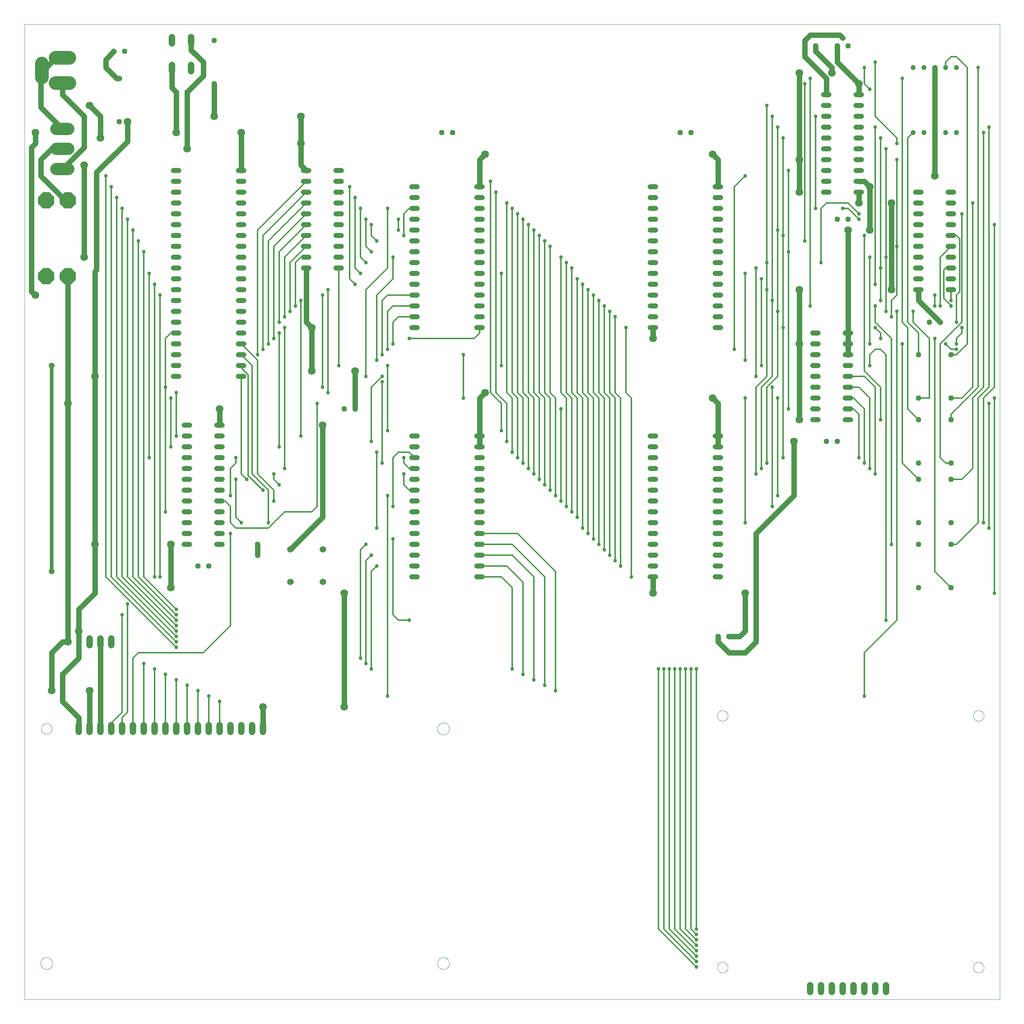
<source format=gtl>
G75*
%MOIN*%
%OFA0B0*%
%FSLAX25Y25*%
%IPPOS*%
%LPD*%
%AMOC8*
5,1,8,0,0,1.08239X$1,22.5*
%
%ADD10C,0.00000*%
%ADD11OC8,0.04800*%
%ADD12C,0.04800*%
%ADD13C,0.04724*%
%ADD14C,0.06000*%
%ADD15C,0.06000*%
%ADD16OC8,0.15000*%
%ADD17C,0.12661*%
%ADD18C,0.11250*%
%ADD19C,0.05906*%
%ADD20C,0.05000*%
%ADD21C,0.07087*%
%ADD22C,0.03369*%
%ADD23C,0.01200*%
%ADD24C,0.05315*%
%ADD25C,0.03200*%
D10*
X0450000Y0023933D02*
X0450000Y0923933D01*
X1350000Y0923933D01*
X1350000Y0023933D01*
X0450000Y0023933D01*
X0464960Y0057398D02*
X0464962Y0057546D01*
X0464968Y0057694D01*
X0464978Y0057842D01*
X0464992Y0057989D01*
X0465010Y0058136D01*
X0465031Y0058282D01*
X0465057Y0058428D01*
X0465087Y0058573D01*
X0465120Y0058717D01*
X0465158Y0058860D01*
X0465199Y0059002D01*
X0465244Y0059143D01*
X0465292Y0059283D01*
X0465345Y0059422D01*
X0465401Y0059559D01*
X0465461Y0059694D01*
X0465524Y0059828D01*
X0465591Y0059960D01*
X0465662Y0060090D01*
X0465736Y0060218D01*
X0465813Y0060344D01*
X0465894Y0060468D01*
X0465978Y0060590D01*
X0466065Y0060709D01*
X0466156Y0060826D01*
X0466250Y0060941D01*
X0466346Y0061053D01*
X0466446Y0061163D01*
X0466548Y0061269D01*
X0466654Y0061373D01*
X0466762Y0061474D01*
X0466873Y0061572D01*
X0466986Y0061668D01*
X0467102Y0061760D01*
X0467220Y0061849D01*
X0467341Y0061934D01*
X0467464Y0062017D01*
X0467589Y0062096D01*
X0467716Y0062172D01*
X0467845Y0062244D01*
X0467976Y0062313D01*
X0468109Y0062378D01*
X0468244Y0062439D01*
X0468380Y0062497D01*
X0468517Y0062552D01*
X0468656Y0062602D01*
X0468797Y0062649D01*
X0468938Y0062692D01*
X0469081Y0062732D01*
X0469225Y0062767D01*
X0469369Y0062799D01*
X0469515Y0062826D01*
X0469661Y0062850D01*
X0469808Y0062870D01*
X0469955Y0062886D01*
X0470102Y0062898D01*
X0470250Y0062906D01*
X0470398Y0062910D01*
X0470546Y0062910D01*
X0470694Y0062906D01*
X0470842Y0062898D01*
X0470989Y0062886D01*
X0471136Y0062870D01*
X0471283Y0062850D01*
X0471429Y0062826D01*
X0471575Y0062799D01*
X0471719Y0062767D01*
X0471863Y0062732D01*
X0472006Y0062692D01*
X0472147Y0062649D01*
X0472288Y0062602D01*
X0472427Y0062552D01*
X0472564Y0062497D01*
X0472700Y0062439D01*
X0472835Y0062378D01*
X0472968Y0062313D01*
X0473099Y0062244D01*
X0473228Y0062172D01*
X0473355Y0062096D01*
X0473480Y0062017D01*
X0473603Y0061934D01*
X0473724Y0061849D01*
X0473842Y0061760D01*
X0473958Y0061668D01*
X0474071Y0061572D01*
X0474182Y0061474D01*
X0474290Y0061373D01*
X0474396Y0061269D01*
X0474498Y0061163D01*
X0474598Y0061053D01*
X0474694Y0060941D01*
X0474788Y0060826D01*
X0474879Y0060709D01*
X0474966Y0060590D01*
X0475050Y0060468D01*
X0475131Y0060344D01*
X0475208Y0060218D01*
X0475282Y0060090D01*
X0475353Y0059960D01*
X0475420Y0059828D01*
X0475483Y0059694D01*
X0475543Y0059559D01*
X0475599Y0059422D01*
X0475652Y0059283D01*
X0475700Y0059143D01*
X0475745Y0059002D01*
X0475786Y0058860D01*
X0475824Y0058717D01*
X0475857Y0058573D01*
X0475887Y0058428D01*
X0475913Y0058282D01*
X0475934Y0058136D01*
X0475952Y0057989D01*
X0475966Y0057842D01*
X0475976Y0057694D01*
X0475982Y0057546D01*
X0475984Y0057398D01*
X0475982Y0057250D01*
X0475976Y0057102D01*
X0475966Y0056954D01*
X0475952Y0056807D01*
X0475934Y0056660D01*
X0475913Y0056514D01*
X0475887Y0056368D01*
X0475857Y0056223D01*
X0475824Y0056079D01*
X0475786Y0055936D01*
X0475745Y0055794D01*
X0475700Y0055653D01*
X0475652Y0055513D01*
X0475599Y0055374D01*
X0475543Y0055237D01*
X0475483Y0055102D01*
X0475420Y0054968D01*
X0475353Y0054836D01*
X0475282Y0054706D01*
X0475208Y0054578D01*
X0475131Y0054452D01*
X0475050Y0054328D01*
X0474966Y0054206D01*
X0474879Y0054087D01*
X0474788Y0053970D01*
X0474694Y0053855D01*
X0474598Y0053743D01*
X0474498Y0053633D01*
X0474396Y0053527D01*
X0474290Y0053423D01*
X0474182Y0053322D01*
X0474071Y0053224D01*
X0473958Y0053128D01*
X0473842Y0053036D01*
X0473724Y0052947D01*
X0473603Y0052862D01*
X0473480Y0052779D01*
X0473355Y0052700D01*
X0473228Y0052624D01*
X0473099Y0052552D01*
X0472968Y0052483D01*
X0472835Y0052418D01*
X0472700Y0052357D01*
X0472564Y0052299D01*
X0472427Y0052244D01*
X0472288Y0052194D01*
X0472147Y0052147D01*
X0472006Y0052104D01*
X0471863Y0052064D01*
X0471719Y0052029D01*
X0471575Y0051997D01*
X0471429Y0051970D01*
X0471283Y0051946D01*
X0471136Y0051926D01*
X0470989Y0051910D01*
X0470842Y0051898D01*
X0470694Y0051890D01*
X0470546Y0051886D01*
X0470398Y0051886D01*
X0470250Y0051890D01*
X0470102Y0051898D01*
X0469955Y0051910D01*
X0469808Y0051926D01*
X0469661Y0051946D01*
X0469515Y0051970D01*
X0469369Y0051997D01*
X0469225Y0052029D01*
X0469081Y0052064D01*
X0468938Y0052104D01*
X0468797Y0052147D01*
X0468656Y0052194D01*
X0468517Y0052244D01*
X0468380Y0052299D01*
X0468244Y0052357D01*
X0468109Y0052418D01*
X0467976Y0052483D01*
X0467845Y0052552D01*
X0467716Y0052624D01*
X0467589Y0052700D01*
X0467464Y0052779D01*
X0467341Y0052862D01*
X0467220Y0052947D01*
X0467102Y0053036D01*
X0466986Y0053128D01*
X0466873Y0053224D01*
X0466762Y0053322D01*
X0466654Y0053423D01*
X0466548Y0053527D01*
X0466446Y0053633D01*
X0466346Y0053743D01*
X0466250Y0053855D01*
X0466156Y0053970D01*
X0466065Y0054087D01*
X0465978Y0054206D01*
X0465894Y0054328D01*
X0465813Y0054452D01*
X0465736Y0054578D01*
X0465662Y0054706D01*
X0465591Y0054836D01*
X0465524Y0054968D01*
X0465461Y0055102D01*
X0465401Y0055237D01*
X0465345Y0055374D01*
X0465292Y0055513D01*
X0465244Y0055653D01*
X0465199Y0055794D01*
X0465158Y0055936D01*
X0465120Y0056079D01*
X0465087Y0056223D01*
X0465057Y0056368D01*
X0465031Y0056514D01*
X0465010Y0056660D01*
X0464992Y0056807D01*
X0464978Y0056954D01*
X0464968Y0057102D01*
X0464962Y0057250D01*
X0464960Y0057398D01*
X0465551Y0273933D02*
X0465553Y0274073D01*
X0465559Y0274213D01*
X0465569Y0274352D01*
X0465583Y0274491D01*
X0465601Y0274630D01*
X0465622Y0274768D01*
X0465648Y0274906D01*
X0465678Y0275043D01*
X0465711Y0275178D01*
X0465749Y0275313D01*
X0465790Y0275447D01*
X0465835Y0275580D01*
X0465883Y0275711D01*
X0465936Y0275840D01*
X0465992Y0275969D01*
X0466051Y0276095D01*
X0466115Y0276220D01*
X0466181Y0276343D01*
X0466252Y0276464D01*
X0466325Y0276583D01*
X0466402Y0276700D01*
X0466483Y0276814D01*
X0466566Y0276926D01*
X0466653Y0277036D01*
X0466743Y0277144D01*
X0466835Y0277248D01*
X0466931Y0277350D01*
X0467030Y0277450D01*
X0467131Y0277546D01*
X0467235Y0277640D01*
X0467342Y0277730D01*
X0467451Y0277817D01*
X0467563Y0277902D01*
X0467677Y0277983D01*
X0467793Y0278061D01*
X0467911Y0278135D01*
X0468032Y0278206D01*
X0468154Y0278274D01*
X0468279Y0278338D01*
X0468405Y0278399D01*
X0468532Y0278456D01*
X0468662Y0278509D01*
X0468793Y0278559D01*
X0468925Y0278604D01*
X0469058Y0278647D01*
X0469193Y0278685D01*
X0469328Y0278719D01*
X0469465Y0278750D01*
X0469602Y0278777D01*
X0469740Y0278799D01*
X0469879Y0278818D01*
X0470018Y0278833D01*
X0470157Y0278844D01*
X0470297Y0278851D01*
X0470437Y0278854D01*
X0470577Y0278853D01*
X0470717Y0278848D01*
X0470856Y0278839D01*
X0470996Y0278826D01*
X0471135Y0278809D01*
X0471273Y0278788D01*
X0471411Y0278764D01*
X0471548Y0278735D01*
X0471684Y0278703D01*
X0471819Y0278666D01*
X0471953Y0278626D01*
X0472086Y0278582D01*
X0472217Y0278534D01*
X0472347Y0278483D01*
X0472476Y0278428D01*
X0472603Y0278369D01*
X0472728Y0278306D01*
X0472851Y0278241D01*
X0472973Y0278171D01*
X0473092Y0278098D01*
X0473210Y0278022D01*
X0473325Y0277943D01*
X0473438Y0277860D01*
X0473548Y0277774D01*
X0473656Y0277685D01*
X0473761Y0277593D01*
X0473864Y0277498D01*
X0473964Y0277400D01*
X0474061Y0277300D01*
X0474155Y0277196D01*
X0474247Y0277090D01*
X0474335Y0276982D01*
X0474420Y0276871D01*
X0474502Y0276757D01*
X0474581Y0276641D01*
X0474656Y0276524D01*
X0474728Y0276404D01*
X0474796Y0276282D01*
X0474861Y0276158D01*
X0474923Y0276032D01*
X0474981Y0275905D01*
X0475035Y0275776D01*
X0475086Y0275645D01*
X0475132Y0275513D01*
X0475175Y0275380D01*
X0475215Y0275246D01*
X0475250Y0275111D01*
X0475282Y0274974D01*
X0475309Y0274837D01*
X0475333Y0274699D01*
X0475353Y0274561D01*
X0475369Y0274422D01*
X0475381Y0274282D01*
X0475389Y0274143D01*
X0475393Y0274003D01*
X0475393Y0273863D01*
X0475389Y0273723D01*
X0475381Y0273584D01*
X0475369Y0273444D01*
X0475353Y0273305D01*
X0475333Y0273167D01*
X0475309Y0273029D01*
X0475282Y0272892D01*
X0475250Y0272755D01*
X0475215Y0272620D01*
X0475175Y0272486D01*
X0475132Y0272353D01*
X0475086Y0272221D01*
X0475035Y0272090D01*
X0474981Y0271961D01*
X0474923Y0271834D01*
X0474861Y0271708D01*
X0474796Y0271584D01*
X0474728Y0271462D01*
X0474656Y0271342D01*
X0474581Y0271225D01*
X0474502Y0271109D01*
X0474420Y0270995D01*
X0474335Y0270884D01*
X0474247Y0270776D01*
X0474155Y0270670D01*
X0474061Y0270566D01*
X0473964Y0270466D01*
X0473864Y0270368D01*
X0473761Y0270273D01*
X0473656Y0270181D01*
X0473548Y0270092D01*
X0473438Y0270006D01*
X0473325Y0269923D01*
X0473210Y0269844D01*
X0473092Y0269768D01*
X0472973Y0269695D01*
X0472851Y0269625D01*
X0472728Y0269560D01*
X0472603Y0269497D01*
X0472476Y0269438D01*
X0472347Y0269383D01*
X0472217Y0269332D01*
X0472086Y0269284D01*
X0471953Y0269240D01*
X0471819Y0269200D01*
X0471684Y0269163D01*
X0471548Y0269131D01*
X0471411Y0269102D01*
X0471273Y0269078D01*
X0471135Y0269057D01*
X0470996Y0269040D01*
X0470856Y0269027D01*
X0470717Y0269018D01*
X0470577Y0269013D01*
X0470437Y0269012D01*
X0470297Y0269015D01*
X0470157Y0269022D01*
X0470018Y0269033D01*
X0469879Y0269048D01*
X0469740Y0269067D01*
X0469602Y0269089D01*
X0469465Y0269116D01*
X0469328Y0269147D01*
X0469193Y0269181D01*
X0469058Y0269219D01*
X0468925Y0269262D01*
X0468793Y0269307D01*
X0468662Y0269357D01*
X0468532Y0269410D01*
X0468405Y0269467D01*
X0468279Y0269528D01*
X0468154Y0269592D01*
X0468032Y0269660D01*
X0467911Y0269731D01*
X0467793Y0269805D01*
X0467677Y0269883D01*
X0467563Y0269964D01*
X0467451Y0270049D01*
X0467342Y0270136D01*
X0467235Y0270226D01*
X0467131Y0270320D01*
X0467030Y0270416D01*
X0466931Y0270516D01*
X0466835Y0270618D01*
X0466743Y0270722D01*
X0466653Y0270830D01*
X0466566Y0270940D01*
X0466483Y0271052D01*
X0466402Y0271166D01*
X0466325Y0271283D01*
X0466252Y0271402D01*
X0466181Y0271523D01*
X0466115Y0271646D01*
X0466051Y0271771D01*
X0465992Y0271897D01*
X0465936Y0272026D01*
X0465883Y0272155D01*
X0465835Y0272286D01*
X0465790Y0272419D01*
X0465749Y0272553D01*
X0465711Y0272688D01*
X0465678Y0272823D01*
X0465648Y0272960D01*
X0465622Y0273098D01*
X0465601Y0273236D01*
X0465583Y0273375D01*
X0465569Y0273514D01*
X0465559Y0273653D01*
X0465553Y0273793D01*
X0465551Y0273933D01*
X0831102Y0273933D02*
X0831104Y0274081D01*
X0831110Y0274229D01*
X0831120Y0274377D01*
X0831134Y0274524D01*
X0831152Y0274671D01*
X0831173Y0274817D01*
X0831199Y0274963D01*
X0831229Y0275108D01*
X0831262Y0275252D01*
X0831300Y0275395D01*
X0831341Y0275537D01*
X0831386Y0275678D01*
X0831434Y0275818D01*
X0831487Y0275957D01*
X0831543Y0276094D01*
X0831603Y0276229D01*
X0831666Y0276363D01*
X0831733Y0276495D01*
X0831804Y0276625D01*
X0831878Y0276753D01*
X0831955Y0276879D01*
X0832036Y0277003D01*
X0832120Y0277125D01*
X0832207Y0277244D01*
X0832298Y0277361D01*
X0832392Y0277476D01*
X0832488Y0277588D01*
X0832588Y0277698D01*
X0832690Y0277804D01*
X0832796Y0277908D01*
X0832904Y0278009D01*
X0833015Y0278107D01*
X0833128Y0278203D01*
X0833244Y0278295D01*
X0833362Y0278384D01*
X0833483Y0278469D01*
X0833606Y0278552D01*
X0833731Y0278631D01*
X0833858Y0278707D01*
X0833987Y0278779D01*
X0834118Y0278848D01*
X0834251Y0278913D01*
X0834386Y0278974D01*
X0834522Y0279032D01*
X0834659Y0279087D01*
X0834798Y0279137D01*
X0834939Y0279184D01*
X0835080Y0279227D01*
X0835223Y0279267D01*
X0835367Y0279302D01*
X0835511Y0279334D01*
X0835657Y0279361D01*
X0835803Y0279385D01*
X0835950Y0279405D01*
X0836097Y0279421D01*
X0836244Y0279433D01*
X0836392Y0279441D01*
X0836540Y0279445D01*
X0836688Y0279445D01*
X0836836Y0279441D01*
X0836984Y0279433D01*
X0837131Y0279421D01*
X0837278Y0279405D01*
X0837425Y0279385D01*
X0837571Y0279361D01*
X0837717Y0279334D01*
X0837861Y0279302D01*
X0838005Y0279267D01*
X0838148Y0279227D01*
X0838289Y0279184D01*
X0838430Y0279137D01*
X0838569Y0279087D01*
X0838706Y0279032D01*
X0838842Y0278974D01*
X0838977Y0278913D01*
X0839110Y0278848D01*
X0839241Y0278779D01*
X0839370Y0278707D01*
X0839497Y0278631D01*
X0839622Y0278552D01*
X0839745Y0278469D01*
X0839866Y0278384D01*
X0839984Y0278295D01*
X0840100Y0278203D01*
X0840213Y0278107D01*
X0840324Y0278009D01*
X0840432Y0277908D01*
X0840538Y0277804D01*
X0840640Y0277698D01*
X0840740Y0277588D01*
X0840836Y0277476D01*
X0840930Y0277361D01*
X0841021Y0277244D01*
X0841108Y0277125D01*
X0841192Y0277003D01*
X0841273Y0276879D01*
X0841350Y0276753D01*
X0841424Y0276625D01*
X0841495Y0276495D01*
X0841562Y0276363D01*
X0841625Y0276229D01*
X0841685Y0276094D01*
X0841741Y0275957D01*
X0841794Y0275818D01*
X0841842Y0275678D01*
X0841887Y0275537D01*
X0841928Y0275395D01*
X0841966Y0275252D01*
X0841999Y0275108D01*
X0842029Y0274963D01*
X0842055Y0274817D01*
X0842076Y0274671D01*
X0842094Y0274524D01*
X0842108Y0274377D01*
X0842118Y0274229D01*
X0842124Y0274081D01*
X0842126Y0273933D01*
X0842124Y0273785D01*
X0842118Y0273637D01*
X0842108Y0273489D01*
X0842094Y0273342D01*
X0842076Y0273195D01*
X0842055Y0273049D01*
X0842029Y0272903D01*
X0841999Y0272758D01*
X0841966Y0272614D01*
X0841928Y0272471D01*
X0841887Y0272329D01*
X0841842Y0272188D01*
X0841794Y0272048D01*
X0841741Y0271909D01*
X0841685Y0271772D01*
X0841625Y0271637D01*
X0841562Y0271503D01*
X0841495Y0271371D01*
X0841424Y0271241D01*
X0841350Y0271113D01*
X0841273Y0270987D01*
X0841192Y0270863D01*
X0841108Y0270741D01*
X0841021Y0270622D01*
X0840930Y0270505D01*
X0840836Y0270390D01*
X0840740Y0270278D01*
X0840640Y0270168D01*
X0840538Y0270062D01*
X0840432Y0269958D01*
X0840324Y0269857D01*
X0840213Y0269759D01*
X0840100Y0269663D01*
X0839984Y0269571D01*
X0839866Y0269482D01*
X0839745Y0269397D01*
X0839622Y0269314D01*
X0839497Y0269235D01*
X0839370Y0269159D01*
X0839241Y0269087D01*
X0839110Y0269018D01*
X0838977Y0268953D01*
X0838842Y0268892D01*
X0838706Y0268834D01*
X0838569Y0268779D01*
X0838430Y0268729D01*
X0838289Y0268682D01*
X0838148Y0268639D01*
X0838005Y0268599D01*
X0837861Y0268564D01*
X0837717Y0268532D01*
X0837571Y0268505D01*
X0837425Y0268481D01*
X0837278Y0268461D01*
X0837131Y0268445D01*
X0836984Y0268433D01*
X0836836Y0268425D01*
X0836688Y0268421D01*
X0836540Y0268421D01*
X0836392Y0268425D01*
X0836244Y0268433D01*
X0836097Y0268445D01*
X0835950Y0268461D01*
X0835803Y0268481D01*
X0835657Y0268505D01*
X0835511Y0268532D01*
X0835367Y0268564D01*
X0835223Y0268599D01*
X0835080Y0268639D01*
X0834939Y0268682D01*
X0834798Y0268729D01*
X0834659Y0268779D01*
X0834522Y0268834D01*
X0834386Y0268892D01*
X0834251Y0268953D01*
X0834118Y0269018D01*
X0833987Y0269087D01*
X0833858Y0269159D01*
X0833731Y0269235D01*
X0833606Y0269314D01*
X0833483Y0269397D01*
X0833362Y0269482D01*
X0833244Y0269571D01*
X0833128Y0269663D01*
X0833015Y0269759D01*
X0832904Y0269857D01*
X0832796Y0269958D01*
X0832690Y0270062D01*
X0832588Y0270168D01*
X0832488Y0270278D01*
X0832392Y0270390D01*
X0832298Y0270505D01*
X0832207Y0270622D01*
X0832120Y0270741D01*
X0832036Y0270863D01*
X0831955Y0270987D01*
X0831878Y0271113D01*
X0831804Y0271241D01*
X0831733Y0271371D01*
X0831666Y0271503D01*
X0831603Y0271637D01*
X0831543Y0271772D01*
X0831487Y0271909D01*
X0831434Y0272048D01*
X0831386Y0272188D01*
X0831341Y0272329D01*
X0831300Y0272471D01*
X0831262Y0272614D01*
X0831229Y0272758D01*
X0831199Y0272903D01*
X0831173Y0273049D01*
X0831152Y0273195D01*
X0831134Y0273342D01*
X0831120Y0273489D01*
X0831110Y0273637D01*
X0831104Y0273785D01*
X0831102Y0273933D01*
X1089370Y0285902D02*
X1089372Y0286042D01*
X1089378Y0286182D01*
X1089388Y0286321D01*
X1089402Y0286460D01*
X1089420Y0286599D01*
X1089441Y0286737D01*
X1089467Y0286875D01*
X1089497Y0287012D01*
X1089530Y0287147D01*
X1089568Y0287282D01*
X1089609Y0287416D01*
X1089654Y0287549D01*
X1089702Y0287680D01*
X1089755Y0287809D01*
X1089811Y0287938D01*
X1089870Y0288064D01*
X1089934Y0288189D01*
X1090000Y0288312D01*
X1090071Y0288433D01*
X1090144Y0288552D01*
X1090221Y0288669D01*
X1090302Y0288783D01*
X1090385Y0288895D01*
X1090472Y0289005D01*
X1090562Y0289113D01*
X1090654Y0289217D01*
X1090750Y0289319D01*
X1090849Y0289419D01*
X1090950Y0289515D01*
X1091054Y0289609D01*
X1091161Y0289699D01*
X1091270Y0289786D01*
X1091382Y0289871D01*
X1091496Y0289952D01*
X1091612Y0290030D01*
X1091730Y0290104D01*
X1091851Y0290175D01*
X1091973Y0290243D01*
X1092098Y0290307D01*
X1092224Y0290368D01*
X1092351Y0290425D01*
X1092481Y0290478D01*
X1092612Y0290528D01*
X1092744Y0290573D01*
X1092877Y0290616D01*
X1093012Y0290654D01*
X1093147Y0290688D01*
X1093284Y0290719D01*
X1093421Y0290746D01*
X1093559Y0290768D01*
X1093698Y0290787D01*
X1093837Y0290802D01*
X1093976Y0290813D01*
X1094116Y0290820D01*
X1094256Y0290823D01*
X1094396Y0290822D01*
X1094536Y0290817D01*
X1094675Y0290808D01*
X1094815Y0290795D01*
X1094954Y0290778D01*
X1095092Y0290757D01*
X1095230Y0290733D01*
X1095367Y0290704D01*
X1095503Y0290672D01*
X1095638Y0290635D01*
X1095772Y0290595D01*
X1095905Y0290551D01*
X1096036Y0290503D01*
X1096166Y0290452D01*
X1096295Y0290397D01*
X1096422Y0290338D01*
X1096547Y0290275D01*
X1096670Y0290210D01*
X1096792Y0290140D01*
X1096911Y0290067D01*
X1097029Y0289991D01*
X1097144Y0289912D01*
X1097257Y0289829D01*
X1097367Y0289743D01*
X1097475Y0289654D01*
X1097580Y0289562D01*
X1097683Y0289467D01*
X1097783Y0289369D01*
X1097880Y0289269D01*
X1097974Y0289165D01*
X1098066Y0289059D01*
X1098154Y0288951D01*
X1098239Y0288840D01*
X1098321Y0288726D01*
X1098400Y0288610D01*
X1098475Y0288493D01*
X1098547Y0288373D01*
X1098615Y0288251D01*
X1098680Y0288127D01*
X1098742Y0288001D01*
X1098800Y0287874D01*
X1098854Y0287745D01*
X1098905Y0287614D01*
X1098951Y0287482D01*
X1098994Y0287349D01*
X1099034Y0287215D01*
X1099069Y0287080D01*
X1099101Y0286943D01*
X1099128Y0286806D01*
X1099152Y0286668D01*
X1099172Y0286530D01*
X1099188Y0286391D01*
X1099200Y0286251D01*
X1099208Y0286112D01*
X1099212Y0285972D01*
X1099212Y0285832D01*
X1099208Y0285692D01*
X1099200Y0285553D01*
X1099188Y0285413D01*
X1099172Y0285274D01*
X1099152Y0285136D01*
X1099128Y0284998D01*
X1099101Y0284861D01*
X1099069Y0284724D01*
X1099034Y0284589D01*
X1098994Y0284455D01*
X1098951Y0284322D01*
X1098905Y0284190D01*
X1098854Y0284059D01*
X1098800Y0283930D01*
X1098742Y0283803D01*
X1098680Y0283677D01*
X1098615Y0283553D01*
X1098547Y0283431D01*
X1098475Y0283311D01*
X1098400Y0283194D01*
X1098321Y0283078D01*
X1098239Y0282964D01*
X1098154Y0282853D01*
X1098066Y0282745D01*
X1097974Y0282639D01*
X1097880Y0282535D01*
X1097783Y0282435D01*
X1097683Y0282337D01*
X1097580Y0282242D01*
X1097475Y0282150D01*
X1097367Y0282061D01*
X1097257Y0281975D01*
X1097144Y0281892D01*
X1097029Y0281813D01*
X1096911Y0281737D01*
X1096792Y0281664D01*
X1096670Y0281594D01*
X1096547Y0281529D01*
X1096422Y0281466D01*
X1096295Y0281407D01*
X1096166Y0281352D01*
X1096036Y0281301D01*
X1095905Y0281253D01*
X1095772Y0281209D01*
X1095638Y0281169D01*
X1095503Y0281132D01*
X1095367Y0281100D01*
X1095230Y0281071D01*
X1095092Y0281047D01*
X1094954Y0281026D01*
X1094815Y0281009D01*
X1094675Y0280996D01*
X1094536Y0280987D01*
X1094396Y0280982D01*
X1094256Y0280981D01*
X1094116Y0280984D01*
X1093976Y0280991D01*
X1093837Y0281002D01*
X1093698Y0281017D01*
X1093559Y0281036D01*
X1093421Y0281058D01*
X1093284Y0281085D01*
X1093147Y0281116D01*
X1093012Y0281150D01*
X1092877Y0281188D01*
X1092744Y0281231D01*
X1092612Y0281276D01*
X1092481Y0281326D01*
X1092351Y0281379D01*
X1092224Y0281436D01*
X1092098Y0281497D01*
X1091973Y0281561D01*
X1091851Y0281629D01*
X1091730Y0281700D01*
X1091612Y0281774D01*
X1091496Y0281852D01*
X1091382Y0281933D01*
X1091270Y0282018D01*
X1091161Y0282105D01*
X1091054Y0282195D01*
X1090950Y0282289D01*
X1090849Y0282385D01*
X1090750Y0282485D01*
X1090654Y0282587D01*
X1090562Y0282691D01*
X1090472Y0282799D01*
X1090385Y0282909D01*
X1090302Y0283021D01*
X1090221Y0283135D01*
X1090144Y0283252D01*
X1090071Y0283371D01*
X1090000Y0283492D01*
X1089934Y0283615D01*
X1089870Y0283740D01*
X1089811Y0283866D01*
X1089755Y0283995D01*
X1089702Y0284124D01*
X1089654Y0284255D01*
X1089609Y0284388D01*
X1089568Y0284522D01*
X1089530Y0284657D01*
X1089497Y0284792D01*
X1089467Y0284929D01*
X1089441Y0285067D01*
X1089420Y0285205D01*
X1089402Y0285344D01*
X1089388Y0285483D01*
X1089378Y0285622D01*
X1089372Y0285762D01*
X1089370Y0285902D01*
X1325591Y0285902D02*
X1325593Y0286042D01*
X1325599Y0286182D01*
X1325609Y0286321D01*
X1325623Y0286460D01*
X1325641Y0286599D01*
X1325662Y0286737D01*
X1325688Y0286875D01*
X1325718Y0287012D01*
X1325751Y0287147D01*
X1325789Y0287282D01*
X1325830Y0287416D01*
X1325875Y0287549D01*
X1325923Y0287680D01*
X1325976Y0287809D01*
X1326032Y0287938D01*
X1326091Y0288064D01*
X1326155Y0288189D01*
X1326221Y0288312D01*
X1326292Y0288433D01*
X1326365Y0288552D01*
X1326442Y0288669D01*
X1326523Y0288783D01*
X1326606Y0288895D01*
X1326693Y0289005D01*
X1326783Y0289113D01*
X1326875Y0289217D01*
X1326971Y0289319D01*
X1327070Y0289419D01*
X1327171Y0289515D01*
X1327275Y0289609D01*
X1327382Y0289699D01*
X1327491Y0289786D01*
X1327603Y0289871D01*
X1327717Y0289952D01*
X1327833Y0290030D01*
X1327951Y0290104D01*
X1328072Y0290175D01*
X1328194Y0290243D01*
X1328319Y0290307D01*
X1328445Y0290368D01*
X1328572Y0290425D01*
X1328702Y0290478D01*
X1328833Y0290528D01*
X1328965Y0290573D01*
X1329098Y0290616D01*
X1329233Y0290654D01*
X1329368Y0290688D01*
X1329505Y0290719D01*
X1329642Y0290746D01*
X1329780Y0290768D01*
X1329919Y0290787D01*
X1330058Y0290802D01*
X1330197Y0290813D01*
X1330337Y0290820D01*
X1330477Y0290823D01*
X1330617Y0290822D01*
X1330757Y0290817D01*
X1330896Y0290808D01*
X1331036Y0290795D01*
X1331175Y0290778D01*
X1331313Y0290757D01*
X1331451Y0290733D01*
X1331588Y0290704D01*
X1331724Y0290672D01*
X1331859Y0290635D01*
X1331993Y0290595D01*
X1332126Y0290551D01*
X1332257Y0290503D01*
X1332387Y0290452D01*
X1332516Y0290397D01*
X1332643Y0290338D01*
X1332768Y0290275D01*
X1332891Y0290210D01*
X1333013Y0290140D01*
X1333132Y0290067D01*
X1333250Y0289991D01*
X1333365Y0289912D01*
X1333478Y0289829D01*
X1333588Y0289743D01*
X1333696Y0289654D01*
X1333801Y0289562D01*
X1333904Y0289467D01*
X1334004Y0289369D01*
X1334101Y0289269D01*
X1334195Y0289165D01*
X1334287Y0289059D01*
X1334375Y0288951D01*
X1334460Y0288840D01*
X1334542Y0288726D01*
X1334621Y0288610D01*
X1334696Y0288493D01*
X1334768Y0288373D01*
X1334836Y0288251D01*
X1334901Y0288127D01*
X1334963Y0288001D01*
X1335021Y0287874D01*
X1335075Y0287745D01*
X1335126Y0287614D01*
X1335172Y0287482D01*
X1335215Y0287349D01*
X1335255Y0287215D01*
X1335290Y0287080D01*
X1335322Y0286943D01*
X1335349Y0286806D01*
X1335373Y0286668D01*
X1335393Y0286530D01*
X1335409Y0286391D01*
X1335421Y0286251D01*
X1335429Y0286112D01*
X1335433Y0285972D01*
X1335433Y0285832D01*
X1335429Y0285692D01*
X1335421Y0285553D01*
X1335409Y0285413D01*
X1335393Y0285274D01*
X1335373Y0285136D01*
X1335349Y0284998D01*
X1335322Y0284861D01*
X1335290Y0284724D01*
X1335255Y0284589D01*
X1335215Y0284455D01*
X1335172Y0284322D01*
X1335126Y0284190D01*
X1335075Y0284059D01*
X1335021Y0283930D01*
X1334963Y0283803D01*
X1334901Y0283677D01*
X1334836Y0283553D01*
X1334768Y0283431D01*
X1334696Y0283311D01*
X1334621Y0283194D01*
X1334542Y0283078D01*
X1334460Y0282964D01*
X1334375Y0282853D01*
X1334287Y0282745D01*
X1334195Y0282639D01*
X1334101Y0282535D01*
X1334004Y0282435D01*
X1333904Y0282337D01*
X1333801Y0282242D01*
X1333696Y0282150D01*
X1333588Y0282061D01*
X1333478Y0281975D01*
X1333365Y0281892D01*
X1333250Y0281813D01*
X1333132Y0281737D01*
X1333013Y0281664D01*
X1332891Y0281594D01*
X1332768Y0281529D01*
X1332643Y0281466D01*
X1332516Y0281407D01*
X1332387Y0281352D01*
X1332257Y0281301D01*
X1332126Y0281253D01*
X1331993Y0281209D01*
X1331859Y0281169D01*
X1331724Y0281132D01*
X1331588Y0281100D01*
X1331451Y0281071D01*
X1331313Y0281047D01*
X1331175Y0281026D01*
X1331036Y0281009D01*
X1330896Y0280996D01*
X1330757Y0280987D01*
X1330617Y0280982D01*
X1330477Y0280981D01*
X1330337Y0280984D01*
X1330197Y0280991D01*
X1330058Y0281002D01*
X1329919Y0281017D01*
X1329780Y0281036D01*
X1329642Y0281058D01*
X1329505Y0281085D01*
X1329368Y0281116D01*
X1329233Y0281150D01*
X1329098Y0281188D01*
X1328965Y0281231D01*
X1328833Y0281276D01*
X1328702Y0281326D01*
X1328572Y0281379D01*
X1328445Y0281436D01*
X1328319Y0281497D01*
X1328194Y0281561D01*
X1328072Y0281629D01*
X1327951Y0281700D01*
X1327833Y0281774D01*
X1327717Y0281852D01*
X1327603Y0281933D01*
X1327491Y0282018D01*
X1327382Y0282105D01*
X1327275Y0282195D01*
X1327171Y0282289D01*
X1327070Y0282385D01*
X1326971Y0282485D01*
X1326875Y0282587D01*
X1326783Y0282691D01*
X1326693Y0282799D01*
X1326606Y0282909D01*
X1326523Y0283021D01*
X1326442Y0283135D01*
X1326365Y0283252D01*
X1326292Y0283371D01*
X1326221Y0283492D01*
X1326155Y0283615D01*
X1326091Y0283740D01*
X1326032Y0283866D01*
X1325976Y0283995D01*
X1325923Y0284124D01*
X1325875Y0284255D01*
X1325830Y0284388D01*
X1325789Y0284522D01*
X1325751Y0284657D01*
X1325718Y0284792D01*
X1325688Y0284929D01*
X1325662Y0285067D01*
X1325641Y0285205D01*
X1325623Y0285344D01*
X1325609Y0285483D01*
X1325599Y0285622D01*
X1325593Y0285762D01*
X1325591Y0285902D01*
X1325591Y0053618D02*
X1325593Y0053758D01*
X1325599Y0053898D01*
X1325609Y0054037D01*
X1325623Y0054176D01*
X1325641Y0054315D01*
X1325662Y0054453D01*
X1325688Y0054591D01*
X1325718Y0054728D01*
X1325751Y0054863D01*
X1325789Y0054998D01*
X1325830Y0055132D01*
X1325875Y0055265D01*
X1325923Y0055396D01*
X1325976Y0055525D01*
X1326032Y0055654D01*
X1326091Y0055780D01*
X1326155Y0055905D01*
X1326221Y0056028D01*
X1326292Y0056149D01*
X1326365Y0056268D01*
X1326442Y0056385D01*
X1326523Y0056499D01*
X1326606Y0056611D01*
X1326693Y0056721D01*
X1326783Y0056829D01*
X1326875Y0056933D01*
X1326971Y0057035D01*
X1327070Y0057135D01*
X1327171Y0057231D01*
X1327275Y0057325D01*
X1327382Y0057415D01*
X1327491Y0057502D01*
X1327603Y0057587D01*
X1327717Y0057668D01*
X1327833Y0057746D01*
X1327951Y0057820D01*
X1328072Y0057891D01*
X1328194Y0057959D01*
X1328319Y0058023D01*
X1328445Y0058084D01*
X1328572Y0058141D01*
X1328702Y0058194D01*
X1328833Y0058244D01*
X1328965Y0058289D01*
X1329098Y0058332D01*
X1329233Y0058370D01*
X1329368Y0058404D01*
X1329505Y0058435D01*
X1329642Y0058462D01*
X1329780Y0058484D01*
X1329919Y0058503D01*
X1330058Y0058518D01*
X1330197Y0058529D01*
X1330337Y0058536D01*
X1330477Y0058539D01*
X1330617Y0058538D01*
X1330757Y0058533D01*
X1330896Y0058524D01*
X1331036Y0058511D01*
X1331175Y0058494D01*
X1331313Y0058473D01*
X1331451Y0058449D01*
X1331588Y0058420D01*
X1331724Y0058388D01*
X1331859Y0058351D01*
X1331993Y0058311D01*
X1332126Y0058267D01*
X1332257Y0058219D01*
X1332387Y0058168D01*
X1332516Y0058113D01*
X1332643Y0058054D01*
X1332768Y0057991D01*
X1332891Y0057926D01*
X1333013Y0057856D01*
X1333132Y0057783D01*
X1333250Y0057707D01*
X1333365Y0057628D01*
X1333478Y0057545D01*
X1333588Y0057459D01*
X1333696Y0057370D01*
X1333801Y0057278D01*
X1333904Y0057183D01*
X1334004Y0057085D01*
X1334101Y0056985D01*
X1334195Y0056881D01*
X1334287Y0056775D01*
X1334375Y0056667D01*
X1334460Y0056556D01*
X1334542Y0056442D01*
X1334621Y0056326D01*
X1334696Y0056209D01*
X1334768Y0056089D01*
X1334836Y0055967D01*
X1334901Y0055843D01*
X1334963Y0055717D01*
X1335021Y0055590D01*
X1335075Y0055461D01*
X1335126Y0055330D01*
X1335172Y0055198D01*
X1335215Y0055065D01*
X1335255Y0054931D01*
X1335290Y0054796D01*
X1335322Y0054659D01*
X1335349Y0054522D01*
X1335373Y0054384D01*
X1335393Y0054246D01*
X1335409Y0054107D01*
X1335421Y0053967D01*
X1335429Y0053828D01*
X1335433Y0053688D01*
X1335433Y0053548D01*
X1335429Y0053408D01*
X1335421Y0053269D01*
X1335409Y0053129D01*
X1335393Y0052990D01*
X1335373Y0052852D01*
X1335349Y0052714D01*
X1335322Y0052577D01*
X1335290Y0052440D01*
X1335255Y0052305D01*
X1335215Y0052171D01*
X1335172Y0052038D01*
X1335126Y0051906D01*
X1335075Y0051775D01*
X1335021Y0051646D01*
X1334963Y0051519D01*
X1334901Y0051393D01*
X1334836Y0051269D01*
X1334768Y0051147D01*
X1334696Y0051027D01*
X1334621Y0050910D01*
X1334542Y0050794D01*
X1334460Y0050680D01*
X1334375Y0050569D01*
X1334287Y0050461D01*
X1334195Y0050355D01*
X1334101Y0050251D01*
X1334004Y0050151D01*
X1333904Y0050053D01*
X1333801Y0049958D01*
X1333696Y0049866D01*
X1333588Y0049777D01*
X1333478Y0049691D01*
X1333365Y0049608D01*
X1333250Y0049529D01*
X1333132Y0049453D01*
X1333013Y0049380D01*
X1332891Y0049310D01*
X1332768Y0049245D01*
X1332643Y0049182D01*
X1332516Y0049123D01*
X1332387Y0049068D01*
X1332257Y0049017D01*
X1332126Y0048969D01*
X1331993Y0048925D01*
X1331859Y0048885D01*
X1331724Y0048848D01*
X1331588Y0048816D01*
X1331451Y0048787D01*
X1331313Y0048763D01*
X1331175Y0048742D01*
X1331036Y0048725D01*
X1330896Y0048712D01*
X1330757Y0048703D01*
X1330617Y0048698D01*
X1330477Y0048697D01*
X1330337Y0048700D01*
X1330197Y0048707D01*
X1330058Y0048718D01*
X1329919Y0048733D01*
X1329780Y0048752D01*
X1329642Y0048774D01*
X1329505Y0048801D01*
X1329368Y0048832D01*
X1329233Y0048866D01*
X1329098Y0048904D01*
X1328965Y0048947D01*
X1328833Y0048992D01*
X1328702Y0049042D01*
X1328572Y0049095D01*
X1328445Y0049152D01*
X1328319Y0049213D01*
X1328194Y0049277D01*
X1328072Y0049345D01*
X1327951Y0049416D01*
X1327833Y0049490D01*
X1327717Y0049568D01*
X1327603Y0049649D01*
X1327491Y0049734D01*
X1327382Y0049821D01*
X1327275Y0049911D01*
X1327171Y0050005D01*
X1327070Y0050101D01*
X1326971Y0050201D01*
X1326875Y0050303D01*
X1326783Y0050407D01*
X1326693Y0050515D01*
X1326606Y0050625D01*
X1326523Y0050737D01*
X1326442Y0050851D01*
X1326365Y0050968D01*
X1326292Y0051087D01*
X1326221Y0051208D01*
X1326155Y0051331D01*
X1326091Y0051456D01*
X1326032Y0051582D01*
X1325976Y0051711D01*
X1325923Y0051840D01*
X1325875Y0051971D01*
X1325830Y0052104D01*
X1325789Y0052238D01*
X1325751Y0052373D01*
X1325718Y0052508D01*
X1325688Y0052645D01*
X1325662Y0052783D01*
X1325641Y0052921D01*
X1325623Y0053060D01*
X1325609Y0053199D01*
X1325599Y0053338D01*
X1325593Y0053478D01*
X1325591Y0053618D01*
X1089370Y0053618D02*
X1089372Y0053758D01*
X1089378Y0053898D01*
X1089388Y0054037D01*
X1089402Y0054176D01*
X1089420Y0054315D01*
X1089441Y0054453D01*
X1089467Y0054591D01*
X1089497Y0054728D01*
X1089530Y0054863D01*
X1089568Y0054998D01*
X1089609Y0055132D01*
X1089654Y0055265D01*
X1089702Y0055396D01*
X1089755Y0055525D01*
X1089811Y0055654D01*
X1089870Y0055780D01*
X1089934Y0055905D01*
X1090000Y0056028D01*
X1090071Y0056149D01*
X1090144Y0056268D01*
X1090221Y0056385D01*
X1090302Y0056499D01*
X1090385Y0056611D01*
X1090472Y0056721D01*
X1090562Y0056829D01*
X1090654Y0056933D01*
X1090750Y0057035D01*
X1090849Y0057135D01*
X1090950Y0057231D01*
X1091054Y0057325D01*
X1091161Y0057415D01*
X1091270Y0057502D01*
X1091382Y0057587D01*
X1091496Y0057668D01*
X1091612Y0057746D01*
X1091730Y0057820D01*
X1091851Y0057891D01*
X1091973Y0057959D01*
X1092098Y0058023D01*
X1092224Y0058084D01*
X1092351Y0058141D01*
X1092481Y0058194D01*
X1092612Y0058244D01*
X1092744Y0058289D01*
X1092877Y0058332D01*
X1093012Y0058370D01*
X1093147Y0058404D01*
X1093284Y0058435D01*
X1093421Y0058462D01*
X1093559Y0058484D01*
X1093698Y0058503D01*
X1093837Y0058518D01*
X1093976Y0058529D01*
X1094116Y0058536D01*
X1094256Y0058539D01*
X1094396Y0058538D01*
X1094536Y0058533D01*
X1094675Y0058524D01*
X1094815Y0058511D01*
X1094954Y0058494D01*
X1095092Y0058473D01*
X1095230Y0058449D01*
X1095367Y0058420D01*
X1095503Y0058388D01*
X1095638Y0058351D01*
X1095772Y0058311D01*
X1095905Y0058267D01*
X1096036Y0058219D01*
X1096166Y0058168D01*
X1096295Y0058113D01*
X1096422Y0058054D01*
X1096547Y0057991D01*
X1096670Y0057926D01*
X1096792Y0057856D01*
X1096911Y0057783D01*
X1097029Y0057707D01*
X1097144Y0057628D01*
X1097257Y0057545D01*
X1097367Y0057459D01*
X1097475Y0057370D01*
X1097580Y0057278D01*
X1097683Y0057183D01*
X1097783Y0057085D01*
X1097880Y0056985D01*
X1097974Y0056881D01*
X1098066Y0056775D01*
X1098154Y0056667D01*
X1098239Y0056556D01*
X1098321Y0056442D01*
X1098400Y0056326D01*
X1098475Y0056209D01*
X1098547Y0056089D01*
X1098615Y0055967D01*
X1098680Y0055843D01*
X1098742Y0055717D01*
X1098800Y0055590D01*
X1098854Y0055461D01*
X1098905Y0055330D01*
X1098951Y0055198D01*
X1098994Y0055065D01*
X1099034Y0054931D01*
X1099069Y0054796D01*
X1099101Y0054659D01*
X1099128Y0054522D01*
X1099152Y0054384D01*
X1099172Y0054246D01*
X1099188Y0054107D01*
X1099200Y0053967D01*
X1099208Y0053828D01*
X1099212Y0053688D01*
X1099212Y0053548D01*
X1099208Y0053408D01*
X1099200Y0053269D01*
X1099188Y0053129D01*
X1099172Y0052990D01*
X1099152Y0052852D01*
X1099128Y0052714D01*
X1099101Y0052577D01*
X1099069Y0052440D01*
X1099034Y0052305D01*
X1098994Y0052171D01*
X1098951Y0052038D01*
X1098905Y0051906D01*
X1098854Y0051775D01*
X1098800Y0051646D01*
X1098742Y0051519D01*
X1098680Y0051393D01*
X1098615Y0051269D01*
X1098547Y0051147D01*
X1098475Y0051027D01*
X1098400Y0050910D01*
X1098321Y0050794D01*
X1098239Y0050680D01*
X1098154Y0050569D01*
X1098066Y0050461D01*
X1097974Y0050355D01*
X1097880Y0050251D01*
X1097783Y0050151D01*
X1097683Y0050053D01*
X1097580Y0049958D01*
X1097475Y0049866D01*
X1097367Y0049777D01*
X1097257Y0049691D01*
X1097144Y0049608D01*
X1097029Y0049529D01*
X1096911Y0049453D01*
X1096792Y0049380D01*
X1096670Y0049310D01*
X1096547Y0049245D01*
X1096422Y0049182D01*
X1096295Y0049123D01*
X1096166Y0049068D01*
X1096036Y0049017D01*
X1095905Y0048969D01*
X1095772Y0048925D01*
X1095638Y0048885D01*
X1095503Y0048848D01*
X1095367Y0048816D01*
X1095230Y0048787D01*
X1095092Y0048763D01*
X1094954Y0048742D01*
X1094815Y0048725D01*
X1094675Y0048712D01*
X1094536Y0048703D01*
X1094396Y0048698D01*
X1094256Y0048697D01*
X1094116Y0048700D01*
X1093976Y0048707D01*
X1093837Y0048718D01*
X1093698Y0048733D01*
X1093559Y0048752D01*
X1093421Y0048774D01*
X1093284Y0048801D01*
X1093147Y0048832D01*
X1093012Y0048866D01*
X1092877Y0048904D01*
X1092744Y0048947D01*
X1092612Y0048992D01*
X1092481Y0049042D01*
X1092351Y0049095D01*
X1092224Y0049152D01*
X1092098Y0049213D01*
X1091973Y0049277D01*
X1091851Y0049345D01*
X1091730Y0049416D01*
X1091612Y0049490D01*
X1091496Y0049568D01*
X1091382Y0049649D01*
X1091270Y0049734D01*
X1091161Y0049821D01*
X1091054Y0049911D01*
X1090950Y0050005D01*
X1090849Y0050101D01*
X1090750Y0050201D01*
X1090654Y0050303D01*
X1090562Y0050407D01*
X1090472Y0050515D01*
X1090385Y0050625D01*
X1090302Y0050737D01*
X1090221Y0050851D01*
X1090144Y0050968D01*
X1090071Y0051087D01*
X1090000Y0051208D01*
X1089934Y0051331D01*
X1089870Y0051456D01*
X1089811Y0051582D01*
X1089755Y0051711D01*
X1089702Y0051840D01*
X1089654Y0051971D01*
X1089609Y0052104D01*
X1089568Y0052238D01*
X1089530Y0052373D01*
X1089497Y0052508D01*
X1089467Y0052645D01*
X1089441Y0052783D01*
X1089420Y0052921D01*
X1089402Y0053060D01*
X1089388Y0053199D01*
X1089378Y0053338D01*
X1089372Y0053478D01*
X1089370Y0053618D01*
X0831102Y0057398D02*
X0831104Y0057546D01*
X0831110Y0057694D01*
X0831120Y0057842D01*
X0831134Y0057989D01*
X0831152Y0058136D01*
X0831173Y0058282D01*
X0831199Y0058428D01*
X0831229Y0058573D01*
X0831262Y0058717D01*
X0831300Y0058860D01*
X0831341Y0059002D01*
X0831386Y0059143D01*
X0831434Y0059283D01*
X0831487Y0059422D01*
X0831543Y0059559D01*
X0831603Y0059694D01*
X0831666Y0059828D01*
X0831733Y0059960D01*
X0831804Y0060090D01*
X0831878Y0060218D01*
X0831955Y0060344D01*
X0832036Y0060468D01*
X0832120Y0060590D01*
X0832207Y0060709D01*
X0832298Y0060826D01*
X0832392Y0060941D01*
X0832488Y0061053D01*
X0832588Y0061163D01*
X0832690Y0061269D01*
X0832796Y0061373D01*
X0832904Y0061474D01*
X0833015Y0061572D01*
X0833128Y0061668D01*
X0833244Y0061760D01*
X0833362Y0061849D01*
X0833483Y0061934D01*
X0833606Y0062017D01*
X0833731Y0062096D01*
X0833858Y0062172D01*
X0833987Y0062244D01*
X0834118Y0062313D01*
X0834251Y0062378D01*
X0834386Y0062439D01*
X0834522Y0062497D01*
X0834659Y0062552D01*
X0834798Y0062602D01*
X0834939Y0062649D01*
X0835080Y0062692D01*
X0835223Y0062732D01*
X0835367Y0062767D01*
X0835511Y0062799D01*
X0835657Y0062826D01*
X0835803Y0062850D01*
X0835950Y0062870D01*
X0836097Y0062886D01*
X0836244Y0062898D01*
X0836392Y0062906D01*
X0836540Y0062910D01*
X0836688Y0062910D01*
X0836836Y0062906D01*
X0836984Y0062898D01*
X0837131Y0062886D01*
X0837278Y0062870D01*
X0837425Y0062850D01*
X0837571Y0062826D01*
X0837717Y0062799D01*
X0837861Y0062767D01*
X0838005Y0062732D01*
X0838148Y0062692D01*
X0838289Y0062649D01*
X0838430Y0062602D01*
X0838569Y0062552D01*
X0838706Y0062497D01*
X0838842Y0062439D01*
X0838977Y0062378D01*
X0839110Y0062313D01*
X0839241Y0062244D01*
X0839370Y0062172D01*
X0839497Y0062096D01*
X0839622Y0062017D01*
X0839745Y0061934D01*
X0839866Y0061849D01*
X0839984Y0061760D01*
X0840100Y0061668D01*
X0840213Y0061572D01*
X0840324Y0061474D01*
X0840432Y0061373D01*
X0840538Y0061269D01*
X0840640Y0061163D01*
X0840740Y0061053D01*
X0840836Y0060941D01*
X0840930Y0060826D01*
X0841021Y0060709D01*
X0841108Y0060590D01*
X0841192Y0060468D01*
X0841273Y0060344D01*
X0841350Y0060218D01*
X0841424Y0060090D01*
X0841495Y0059960D01*
X0841562Y0059828D01*
X0841625Y0059694D01*
X0841685Y0059559D01*
X0841741Y0059422D01*
X0841794Y0059283D01*
X0841842Y0059143D01*
X0841887Y0059002D01*
X0841928Y0058860D01*
X0841966Y0058717D01*
X0841999Y0058573D01*
X0842029Y0058428D01*
X0842055Y0058282D01*
X0842076Y0058136D01*
X0842094Y0057989D01*
X0842108Y0057842D01*
X0842118Y0057694D01*
X0842124Y0057546D01*
X0842126Y0057398D01*
X0842124Y0057250D01*
X0842118Y0057102D01*
X0842108Y0056954D01*
X0842094Y0056807D01*
X0842076Y0056660D01*
X0842055Y0056514D01*
X0842029Y0056368D01*
X0841999Y0056223D01*
X0841966Y0056079D01*
X0841928Y0055936D01*
X0841887Y0055794D01*
X0841842Y0055653D01*
X0841794Y0055513D01*
X0841741Y0055374D01*
X0841685Y0055237D01*
X0841625Y0055102D01*
X0841562Y0054968D01*
X0841495Y0054836D01*
X0841424Y0054706D01*
X0841350Y0054578D01*
X0841273Y0054452D01*
X0841192Y0054328D01*
X0841108Y0054206D01*
X0841021Y0054087D01*
X0840930Y0053970D01*
X0840836Y0053855D01*
X0840740Y0053743D01*
X0840640Y0053633D01*
X0840538Y0053527D01*
X0840432Y0053423D01*
X0840324Y0053322D01*
X0840213Y0053224D01*
X0840100Y0053128D01*
X0839984Y0053036D01*
X0839866Y0052947D01*
X0839745Y0052862D01*
X0839622Y0052779D01*
X0839497Y0052700D01*
X0839370Y0052624D01*
X0839241Y0052552D01*
X0839110Y0052483D01*
X0838977Y0052418D01*
X0838842Y0052357D01*
X0838706Y0052299D01*
X0838569Y0052244D01*
X0838430Y0052194D01*
X0838289Y0052147D01*
X0838148Y0052104D01*
X0838005Y0052064D01*
X0837861Y0052029D01*
X0837717Y0051997D01*
X0837571Y0051970D01*
X0837425Y0051946D01*
X0837278Y0051926D01*
X0837131Y0051910D01*
X0836984Y0051898D01*
X0836836Y0051890D01*
X0836688Y0051886D01*
X0836540Y0051886D01*
X0836392Y0051890D01*
X0836244Y0051898D01*
X0836097Y0051910D01*
X0835950Y0051926D01*
X0835803Y0051946D01*
X0835657Y0051970D01*
X0835511Y0051997D01*
X0835367Y0052029D01*
X0835223Y0052064D01*
X0835080Y0052104D01*
X0834939Y0052147D01*
X0834798Y0052194D01*
X0834659Y0052244D01*
X0834522Y0052299D01*
X0834386Y0052357D01*
X0834251Y0052418D01*
X0834118Y0052483D01*
X0833987Y0052552D01*
X0833858Y0052624D01*
X0833731Y0052700D01*
X0833606Y0052779D01*
X0833483Y0052862D01*
X0833362Y0052947D01*
X0833244Y0053036D01*
X0833128Y0053128D01*
X0833015Y0053224D01*
X0832904Y0053322D01*
X0832796Y0053423D01*
X0832690Y0053527D01*
X0832588Y0053633D01*
X0832488Y0053743D01*
X0832392Y0053855D01*
X0832298Y0053970D01*
X0832207Y0054087D01*
X0832120Y0054206D01*
X0832036Y0054328D01*
X0831955Y0054452D01*
X0831878Y0054578D01*
X0831804Y0054706D01*
X0831733Y0054836D01*
X0831666Y0054968D01*
X0831603Y0055102D01*
X0831543Y0055237D01*
X0831487Y0055374D01*
X0831434Y0055513D01*
X0831386Y0055653D01*
X0831341Y0055794D01*
X0831300Y0055936D01*
X0831262Y0056079D01*
X0831229Y0056223D01*
X0831199Y0056368D01*
X0831173Y0056514D01*
X0831152Y0056660D01*
X0831134Y0056807D01*
X0831120Y0056954D01*
X0831110Y0057102D01*
X0831104Y0057250D01*
X0831102Y0057398D01*
D11*
X0485000Y0323933D03*
X0475000Y0323933D03*
X0610000Y0423933D03*
X0620000Y0423933D03*
X0665000Y0433933D03*
X0665000Y0443933D03*
X0745000Y0568933D03*
X0755000Y0568933D03*
X1090000Y0358933D03*
X1100000Y0358933D03*
X1275000Y0403933D03*
X1305000Y0403933D03*
X1305000Y0443933D03*
X1275000Y0443933D03*
X1275000Y0463933D03*
X1305000Y0463933D03*
X1305000Y0503933D03*
X1305000Y0518933D03*
X1275000Y0518933D03*
X1275000Y0503933D03*
X1275000Y0558933D03*
X1275000Y0578933D03*
X1305000Y0578933D03*
X1305000Y0558933D03*
X1305000Y0618933D03*
X1275000Y0618933D03*
X1285000Y0648933D03*
X1295000Y0648933D03*
X1210000Y0743933D03*
X1200000Y0743933D03*
X1065000Y0823933D03*
X1055000Y0823933D03*
X1170000Y0903933D03*
X1180000Y0903933D03*
X1200000Y0903933D03*
X1205000Y0911433D03*
X1210000Y0903933D03*
X0845000Y0823933D03*
X0835000Y0823933D03*
X0625000Y0868933D03*
X0600000Y0861433D03*
X0590000Y0861433D03*
X0537500Y0873933D03*
X0532500Y0898933D03*
X0542500Y0898933D03*
X0625000Y0908933D03*
X0537500Y0833933D03*
X1190000Y0538933D03*
X1200000Y0538933D03*
D12*
X1207600Y0558933D02*
X1212400Y0558933D01*
X1212400Y0568933D02*
X1207600Y0568933D01*
X1207600Y0578933D02*
X1212400Y0578933D01*
X1212400Y0588933D02*
X1207600Y0588933D01*
X1207600Y0598933D02*
X1212400Y0598933D01*
X1212400Y0608933D02*
X1207600Y0608933D01*
X1207600Y0618933D02*
X1212400Y0618933D01*
X1212400Y0628933D02*
X1207600Y0628933D01*
X1207600Y0638933D02*
X1212400Y0638933D01*
X1182400Y0638933D02*
X1177600Y0638933D01*
X1177600Y0628933D02*
X1182400Y0628933D01*
X1182400Y0618933D02*
X1177600Y0618933D01*
X1177600Y0608933D02*
X1182400Y0608933D01*
X1182400Y0598933D02*
X1177600Y0598933D01*
X1177600Y0588933D02*
X1182400Y0588933D01*
X1182400Y0578933D02*
X1177600Y0578933D01*
X1177600Y0568933D02*
X1182400Y0568933D01*
X1182400Y0558933D02*
X1177600Y0558933D01*
X1092400Y0543933D02*
X1087600Y0543933D01*
X1087600Y0533933D02*
X1092400Y0533933D01*
X1092400Y0523933D02*
X1087600Y0523933D01*
X1087600Y0513933D02*
X1092400Y0513933D01*
X1092400Y0503933D02*
X1087600Y0503933D01*
X1087600Y0493933D02*
X1092400Y0493933D01*
X1092400Y0483933D02*
X1087600Y0483933D01*
X1087600Y0473933D02*
X1092400Y0473933D01*
X1092400Y0463933D02*
X1087600Y0463933D01*
X1087600Y0453933D02*
X1092400Y0453933D01*
X1092400Y0443933D02*
X1087600Y0443933D01*
X1087600Y0433933D02*
X1092400Y0433933D01*
X1092400Y0423933D02*
X1087600Y0423933D01*
X1087600Y0413933D02*
X1092400Y0413933D01*
X1032400Y0413933D02*
X1027600Y0413933D01*
X1027600Y0423933D02*
X1032400Y0423933D01*
X1032400Y0433933D02*
X1027600Y0433933D01*
X1027600Y0443933D02*
X1032400Y0443933D01*
X1032400Y0453933D02*
X1027600Y0453933D01*
X1027600Y0463933D02*
X1032400Y0463933D01*
X1032400Y0473933D02*
X1027600Y0473933D01*
X1027600Y0483933D02*
X1032400Y0483933D01*
X1032400Y0493933D02*
X1027600Y0493933D01*
X1027600Y0503933D02*
X1032400Y0503933D01*
X1032400Y0513933D02*
X1027600Y0513933D01*
X1027600Y0523933D02*
X1032400Y0523933D01*
X1032400Y0533933D02*
X1027600Y0533933D01*
X1027600Y0543933D02*
X1032400Y0543933D01*
X1032400Y0643933D02*
X1027600Y0643933D01*
X1027600Y0653933D02*
X1032400Y0653933D01*
X1032400Y0663933D02*
X1027600Y0663933D01*
X1027600Y0673933D02*
X1032400Y0673933D01*
X1032400Y0683933D02*
X1027600Y0683933D01*
X1027600Y0693933D02*
X1032400Y0693933D01*
X1032400Y0703933D02*
X1027600Y0703933D01*
X1027600Y0713933D02*
X1032400Y0713933D01*
X1032400Y0723933D02*
X1027600Y0723933D01*
X1027600Y0733933D02*
X1032400Y0733933D01*
X1032400Y0743933D02*
X1027600Y0743933D01*
X1027600Y0753933D02*
X1032400Y0753933D01*
X1032400Y0763933D02*
X1027600Y0763933D01*
X1027600Y0773933D02*
X1032400Y0773933D01*
X1087600Y0773933D02*
X1092400Y0773933D01*
X1092400Y0763933D02*
X1087600Y0763933D01*
X1087600Y0753933D02*
X1092400Y0753933D01*
X1092400Y0743933D02*
X1087600Y0743933D01*
X1087600Y0733933D02*
X1092400Y0733933D01*
X1092400Y0723933D02*
X1087600Y0723933D01*
X1087600Y0713933D02*
X1092400Y0713933D01*
X1092400Y0703933D02*
X1087600Y0703933D01*
X1087600Y0693933D02*
X1092400Y0693933D01*
X1092400Y0683933D02*
X1087600Y0683933D01*
X1087600Y0673933D02*
X1092400Y0673933D01*
X1092400Y0663933D02*
X1087600Y0663933D01*
X1087600Y0653933D02*
X1092400Y0653933D01*
X1092400Y0643933D02*
X1087600Y0643933D01*
X1187600Y0768933D02*
X1192400Y0768933D01*
X1192400Y0778933D02*
X1187600Y0778933D01*
X1187600Y0788933D02*
X1192400Y0788933D01*
X1192400Y0798933D02*
X1187600Y0798933D01*
X1187600Y0808933D02*
X1192400Y0808933D01*
X1192400Y0818933D02*
X1187600Y0818933D01*
X1187600Y0828933D02*
X1192400Y0828933D01*
X1192400Y0838933D02*
X1187600Y0838933D01*
X1187600Y0848933D02*
X1192400Y0848933D01*
X1192400Y0858933D02*
X1187600Y0858933D01*
X1217600Y0858933D02*
X1222400Y0858933D01*
X1222400Y0848933D02*
X1217600Y0848933D01*
X1217600Y0838933D02*
X1222400Y0838933D01*
X1222400Y0828933D02*
X1217600Y0828933D01*
X1217600Y0818933D02*
X1222400Y0818933D01*
X1222400Y0808933D02*
X1217600Y0808933D01*
X1217600Y0798933D02*
X1222400Y0798933D01*
X1222400Y0788933D02*
X1217600Y0788933D01*
X1217600Y0778933D02*
X1222400Y0778933D01*
X1222400Y0768933D02*
X1217600Y0768933D01*
X1272600Y0768933D02*
X1277400Y0768933D01*
X1277400Y0758933D02*
X1272600Y0758933D01*
X1272600Y0748933D02*
X1277400Y0748933D01*
X1277400Y0738933D02*
X1272600Y0738933D01*
X1272600Y0728933D02*
X1277400Y0728933D01*
X1277400Y0718933D02*
X1272600Y0718933D01*
X1272600Y0708933D02*
X1277400Y0708933D01*
X1277400Y0698933D02*
X1272600Y0698933D01*
X1272600Y0688933D02*
X1277400Y0688933D01*
X1277400Y0678933D02*
X1272600Y0678933D01*
X1302600Y0678933D02*
X1307400Y0678933D01*
X1307400Y0688933D02*
X1302600Y0688933D01*
X1302600Y0698933D02*
X1307400Y0698933D01*
X1307400Y0708933D02*
X1302600Y0708933D01*
X1302600Y0718933D02*
X1307400Y0718933D01*
X1307400Y0728933D02*
X1302600Y0728933D01*
X1302600Y0738933D02*
X1307400Y0738933D01*
X1307400Y0748933D02*
X1302600Y0748933D01*
X1302600Y0758933D02*
X1307400Y0758933D01*
X1307400Y0768933D02*
X1302600Y0768933D01*
X0872400Y0763933D02*
X0867600Y0763933D01*
X0867600Y0753933D02*
X0872400Y0753933D01*
X0872400Y0743933D02*
X0867600Y0743933D01*
X0867600Y0733933D02*
X0872400Y0733933D01*
X0872400Y0723933D02*
X0867600Y0723933D01*
X0867600Y0713933D02*
X0872400Y0713933D01*
X0872400Y0703933D02*
X0867600Y0703933D01*
X0867600Y0693933D02*
X0872400Y0693933D01*
X0872400Y0683933D02*
X0867600Y0683933D01*
X0867600Y0673933D02*
X0872400Y0673933D01*
X0872400Y0663933D02*
X0867600Y0663933D01*
X0867600Y0653933D02*
X0872400Y0653933D01*
X0872400Y0643933D02*
X0867600Y0643933D01*
X0812400Y0643933D02*
X0807600Y0643933D01*
X0807600Y0653933D02*
X0812400Y0653933D01*
X0812400Y0663933D02*
X0807600Y0663933D01*
X0807600Y0673933D02*
X0812400Y0673933D01*
X0812400Y0683933D02*
X0807600Y0683933D01*
X0807600Y0693933D02*
X0812400Y0693933D01*
X0812400Y0703933D02*
X0807600Y0703933D01*
X0807600Y0713933D02*
X0812400Y0713933D01*
X0812400Y0723933D02*
X0807600Y0723933D01*
X0807600Y0733933D02*
X0812400Y0733933D01*
X0812400Y0743933D02*
X0807600Y0743933D01*
X0807600Y0753933D02*
X0812400Y0753933D01*
X0812400Y0763933D02*
X0807600Y0763933D01*
X0807600Y0773933D02*
X0812400Y0773933D01*
X0867600Y0773933D02*
X0872400Y0773933D01*
X0742400Y0768933D02*
X0737600Y0768933D01*
X0737600Y0758933D02*
X0742400Y0758933D01*
X0742400Y0748933D02*
X0737600Y0748933D01*
X0737600Y0738933D02*
X0742400Y0738933D01*
X0742400Y0728933D02*
X0737600Y0728933D01*
X0737600Y0718933D02*
X0742400Y0718933D01*
X0742400Y0708933D02*
X0737600Y0708933D01*
X0737600Y0698933D02*
X0742400Y0698933D01*
X0712400Y0698933D02*
X0707600Y0698933D01*
X0707600Y0708933D02*
X0712400Y0708933D01*
X0712400Y0718933D02*
X0707600Y0718933D01*
X0707600Y0728933D02*
X0712400Y0728933D01*
X0712400Y0738933D02*
X0707600Y0738933D01*
X0707600Y0748933D02*
X0712400Y0748933D01*
X0712400Y0758933D02*
X0707600Y0758933D01*
X0707600Y0768933D02*
X0712400Y0768933D01*
X0712400Y0778933D02*
X0707600Y0778933D01*
X0707600Y0788933D02*
X0712400Y0788933D01*
X0737600Y0788933D02*
X0742400Y0788933D01*
X0742400Y0778933D02*
X0737600Y0778933D01*
X0652400Y0778933D02*
X0647600Y0778933D01*
X0647600Y0768933D02*
X0652400Y0768933D01*
X0652400Y0758933D02*
X0647600Y0758933D01*
X0647600Y0748933D02*
X0652400Y0748933D01*
X0652400Y0738933D02*
X0647600Y0738933D01*
X0647600Y0728933D02*
X0652400Y0728933D01*
X0652400Y0718933D02*
X0647600Y0718933D01*
X0647600Y0708933D02*
X0652400Y0708933D01*
X0652400Y0698933D02*
X0647600Y0698933D01*
X0647600Y0688933D02*
X0652400Y0688933D01*
X0652400Y0678933D02*
X0647600Y0678933D01*
X0647600Y0668933D02*
X0652400Y0668933D01*
X0652400Y0658933D02*
X0647600Y0658933D01*
X0647600Y0648933D02*
X0652400Y0648933D01*
X0652400Y0638933D02*
X0647600Y0638933D01*
X0647600Y0628933D02*
X0652400Y0628933D01*
X0652400Y0618933D02*
X0647600Y0618933D01*
X0647600Y0608933D02*
X0652400Y0608933D01*
X0652400Y0598933D02*
X0647600Y0598933D01*
X0592400Y0598933D02*
X0587600Y0598933D01*
X0587600Y0608933D02*
X0592400Y0608933D01*
X0592400Y0618933D02*
X0587600Y0618933D01*
X0587600Y0628933D02*
X0592400Y0628933D01*
X0592400Y0638933D02*
X0587600Y0638933D01*
X0587600Y0648933D02*
X0592400Y0648933D01*
X0592400Y0658933D02*
X0587600Y0658933D01*
X0587600Y0668933D02*
X0592400Y0668933D01*
X0592400Y0678933D02*
X0587600Y0678933D01*
X0587600Y0688933D02*
X0592400Y0688933D01*
X0592400Y0698933D02*
X0587600Y0698933D01*
X0587600Y0708933D02*
X0592400Y0708933D01*
X0592400Y0718933D02*
X0587600Y0718933D01*
X0587600Y0728933D02*
X0592400Y0728933D01*
X0592400Y0738933D02*
X0587600Y0738933D01*
X0587600Y0748933D02*
X0592400Y0748933D01*
X0592400Y0758933D02*
X0587600Y0758933D01*
X0587600Y0768933D02*
X0592400Y0768933D01*
X0592400Y0778933D02*
X0587600Y0778933D01*
X0587600Y0788933D02*
X0592400Y0788933D01*
X0647600Y0788933D02*
X0652400Y0788933D01*
X0632400Y0553933D02*
X0627600Y0553933D01*
X0627600Y0543933D02*
X0632400Y0543933D01*
X0632400Y0533933D02*
X0627600Y0533933D01*
X0627600Y0523933D02*
X0632400Y0523933D01*
X0632400Y0513933D02*
X0627600Y0513933D01*
X0627600Y0503933D02*
X0632400Y0503933D01*
X0632400Y0493933D02*
X0627600Y0493933D01*
X0627600Y0483933D02*
X0632400Y0483933D01*
X0632400Y0473933D02*
X0627600Y0473933D01*
X0627600Y0463933D02*
X0632400Y0463933D01*
X0632400Y0453933D02*
X0627600Y0453933D01*
X0627600Y0443933D02*
X0632400Y0443933D01*
X0602400Y0443933D02*
X0597600Y0443933D01*
X0597600Y0453933D02*
X0602400Y0453933D01*
X0602400Y0463933D02*
X0597600Y0463933D01*
X0597600Y0473933D02*
X0602400Y0473933D01*
X0602400Y0483933D02*
X0597600Y0483933D01*
X0597600Y0493933D02*
X0602400Y0493933D01*
X0602400Y0503933D02*
X0597600Y0503933D01*
X0597600Y0513933D02*
X0602400Y0513933D01*
X0602400Y0523933D02*
X0597600Y0523933D01*
X0597600Y0533933D02*
X0602400Y0533933D01*
X0602400Y0543933D02*
X0597600Y0543933D01*
X0597600Y0553933D02*
X0602400Y0553933D01*
X0807600Y0543933D02*
X0812400Y0543933D01*
X0812400Y0533933D02*
X0807600Y0533933D01*
X0807600Y0523933D02*
X0812400Y0523933D01*
X0812400Y0513933D02*
X0807600Y0513933D01*
X0807600Y0503933D02*
X0812400Y0503933D01*
X0812400Y0493933D02*
X0807600Y0493933D01*
X0807600Y0483933D02*
X0812400Y0483933D01*
X0812400Y0473933D02*
X0807600Y0473933D01*
X0807600Y0463933D02*
X0812400Y0463933D01*
X0812400Y0453933D02*
X0807600Y0453933D01*
X0807600Y0443933D02*
X0812400Y0443933D01*
X0812400Y0433933D02*
X0807600Y0433933D01*
X0807600Y0423933D02*
X0812400Y0423933D01*
X0812400Y0413933D02*
X0807600Y0413933D01*
X0867600Y0413933D02*
X0872400Y0413933D01*
X0872400Y0423933D02*
X0867600Y0423933D01*
X0867600Y0433933D02*
X0872400Y0433933D01*
X0872400Y0443933D02*
X0867600Y0443933D01*
X0867600Y0453933D02*
X0872400Y0453933D01*
X0872400Y0463933D02*
X0867600Y0463933D01*
X0867600Y0473933D02*
X0872400Y0473933D01*
X0872400Y0483933D02*
X0867600Y0483933D01*
X0867600Y0493933D02*
X0872400Y0493933D01*
X0872400Y0503933D02*
X0867600Y0503933D01*
X0867600Y0513933D02*
X0872400Y0513933D01*
X0872400Y0523933D02*
X0867600Y0523933D01*
X0867600Y0533933D02*
X0872400Y0533933D01*
X0872400Y0543933D02*
X0867600Y0543933D01*
D13*
X1270000Y0823933D03*
X1280000Y0823933D03*
X1290000Y0823933D03*
X1300000Y0823933D03*
X1310000Y0823933D03*
X1310000Y0883933D03*
X1300000Y0883933D03*
X1290000Y0883933D03*
X1280000Y0883933D03*
X1270000Y0883933D03*
D14*
X0530000Y0356933D02*
X0530000Y0350933D01*
X0520000Y0350933D02*
X0520000Y0356933D01*
X0510000Y0356933D02*
X0510000Y0350933D01*
X0510000Y0276933D02*
X0510000Y0270933D01*
X0500000Y0270933D02*
X0500000Y0276933D01*
X0520000Y0276933D02*
X0520000Y0270933D01*
X0530000Y0270933D02*
X0530000Y0276933D01*
X0540000Y0276933D02*
X0540000Y0270933D01*
X0550000Y0270933D02*
X0550000Y0276933D01*
X0560000Y0276933D02*
X0560000Y0270933D01*
X0570000Y0270933D02*
X0570000Y0276933D01*
X0580000Y0276933D02*
X0580000Y0270933D01*
X0590000Y0270933D02*
X0590000Y0276933D01*
X0600000Y0276933D02*
X0600000Y0270933D01*
X0610000Y0270933D02*
X0610000Y0276933D01*
X0620000Y0276933D02*
X0620000Y0270933D01*
X0630000Y0270933D02*
X0630000Y0276933D01*
X0640000Y0276933D02*
X0640000Y0270933D01*
X0650000Y0270933D02*
X0650000Y0276933D01*
X0660000Y0276933D02*
X0660000Y0270933D01*
X0670000Y0270933D02*
X0670000Y0276933D01*
X1175000Y0036933D02*
X1175000Y0030933D01*
X1185000Y0030933D02*
X1185000Y0036933D01*
X1195000Y0036933D02*
X1195000Y0030933D01*
X1205000Y0030933D02*
X1205000Y0036933D01*
X1215000Y0036933D02*
X1215000Y0030933D01*
X1225000Y0030933D02*
X1225000Y0036933D01*
X1235000Y0036933D02*
X1235000Y0030933D01*
X1245000Y0030933D02*
X1245000Y0036933D01*
D15*
X0725500Y0409433D03*
X0695500Y0409433D03*
X0695500Y0439433D03*
X0725500Y0439433D03*
D16*
X0490000Y0691433D03*
X0470000Y0691433D03*
X0470000Y0761433D03*
X0490000Y0761433D03*
D17*
X0491331Y0869622D02*
X0478669Y0869622D01*
X0466102Y0875102D02*
X0466102Y0887764D01*
X0478669Y0893244D02*
X0491331Y0893244D01*
D18*
X0490625Y0827433D02*
X0479375Y0827433D01*
X0479375Y0808933D02*
X0490625Y0808933D01*
X0490625Y0790433D02*
X0479375Y0790433D01*
D19*
X0586142Y0880685D02*
X0586142Y0886591D01*
X0603858Y0886591D02*
X0603858Y0880685D01*
X0603858Y0906276D02*
X0603858Y0912181D01*
X0586142Y0912181D02*
X0586142Y0906276D01*
D20*
X0603858Y0909228D02*
X0603858Y0900075D01*
X0610000Y0893933D01*
X0615000Y0888933D01*
X0615000Y0876433D01*
X0600000Y0861433D01*
X0600000Y0808933D01*
X0590000Y0823933D02*
X0590000Y0861433D01*
X0586142Y0865291D01*
X0586142Y0883638D01*
X0625000Y0868933D02*
X0625000Y0838933D01*
X0650000Y0823933D02*
X0650000Y0788933D01*
X0705000Y0793933D02*
X0710000Y0788933D01*
X0705000Y0793933D02*
X0705000Y0813933D01*
X0705000Y0838933D01*
X0545000Y0833933D02*
X0545000Y0815731D01*
X0516600Y0787331D01*
X0516600Y0697331D01*
X0515000Y0695731D01*
X0515000Y0598933D01*
X0515000Y0443933D01*
X0515000Y0398933D01*
X0500000Y0383933D01*
X0500000Y0363933D01*
X0500000Y0338933D01*
X0485000Y0323933D01*
X0485000Y0298933D01*
X0500000Y0283933D01*
X0500000Y0273933D01*
X0510000Y0273933D02*
X0510000Y0308933D01*
X0475000Y0308933D02*
X0475000Y0323933D01*
X0475000Y0343933D01*
X0485000Y0353933D01*
X0490000Y0353933D01*
X0490000Y0573933D01*
X0490000Y0691433D01*
X0505000Y0708933D02*
X0505000Y0793933D01*
X0505000Y0810433D02*
X0505000Y0838933D01*
X0485000Y0858933D01*
X0485000Y0869622D01*
X0467500Y0881433D02*
X0480000Y0893933D01*
X0484311Y0893933D01*
X0485000Y0893244D01*
X0467500Y0881433D02*
X0466102Y0881433D01*
X0465000Y0880331D01*
X0465000Y0847433D01*
X0485000Y0827433D01*
X0460000Y0823933D02*
X0460000Y0813933D01*
X0456500Y0810433D01*
X0456500Y0677433D01*
X0460000Y0673933D01*
X0490000Y0761433D02*
X0487500Y0763933D01*
X0485000Y0763933D01*
X0465000Y0783933D01*
X0465000Y0798933D01*
X0475000Y0808933D01*
X0485000Y0808933D01*
X0485000Y0790433D02*
X0505000Y0810433D01*
X0520000Y0818933D02*
X0520000Y0838933D01*
X0510000Y0848933D01*
X0535000Y0873933D02*
X0525000Y0883933D01*
X0525000Y0891433D01*
X0532500Y0898933D01*
X0535000Y0873933D02*
X0537500Y0873933D01*
X0710000Y0698933D02*
X0710000Y0648933D01*
X0715000Y0643933D01*
X0715000Y0603933D01*
X0755000Y0603933D02*
X0755000Y0568933D01*
X0725000Y0553933D02*
X0725000Y0468933D01*
X0695500Y0439433D01*
X0665000Y0443933D02*
X0665000Y0433933D01*
X0585000Y0443933D02*
X0585000Y0403933D01*
X0520000Y0353933D02*
X0520000Y0273933D01*
X0670000Y0273933D02*
X0670000Y0293933D01*
X0745000Y0293933D02*
X0745000Y0398933D01*
X0870000Y0533933D02*
X0870000Y0543933D01*
X0870000Y0578933D01*
X0875000Y0583933D01*
X1030000Y0633933D02*
X1030000Y0643933D01*
X1085000Y0578933D02*
X1090000Y0573933D01*
X1090000Y0543933D01*
X1090000Y0533933D01*
X1160000Y0538933D02*
X1160000Y0488933D01*
X1125000Y0453933D01*
X1125000Y0353933D01*
X1120000Y0348933D01*
X1115000Y0343933D01*
X1100000Y0343933D01*
X1090000Y0353933D01*
X1090000Y0358933D01*
X1100000Y0358933D02*
X1110000Y0358933D01*
X1115000Y0363933D01*
X1115000Y0398933D01*
X1030000Y0398933D02*
X1030000Y0413933D01*
X1165000Y0558933D02*
X1165000Y0628933D01*
X1165000Y0678933D01*
X1210000Y0638933D02*
X1210000Y0628933D01*
X1210000Y0618933D01*
X1210000Y0638933D02*
X1210000Y0733933D01*
X1230000Y0733933D02*
X1230000Y0773933D01*
X1225000Y0778933D01*
X1220000Y0778933D01*
X1220000Y0768933D02*
X1220000Y0758933D01*
X1250000Y0758933D02*
X1250000Y0678933D01*
X1275000Y0678933D02*
X1275000Y0668933D01*
X1295000Y0648933D01*
X1165000Y0768933D02*
X1165000Y0798933D01*
X1165000Y0878933D01*
X1170000Y0893933D02*
X1190000Y0873933D01*
X1190000Y0858933D01*
X1220000Y0858933D02*
X1220000Y0868933D01*
X1200000Y0888933D01*
X1200000Y0903933D01*
X1205000Y0911433D02*
X1202500Y0913933D01*
X1175000Y0913933D01*
X1170000Y0908933D01*
X1170000Y0903933D01*
X1170000Y0893933D01*
X1180000Y0898933D02*
X1195000Y0883933D01*
X1195000Y0878933D01*
X1180000Y0898933D02*
X1180000Y0903933D01*
X1290000Y0883933D02*
X1290000Y0823933D01*
X1290000Y0783933D01*
X1090000Y0773933D02*
X1090000Y0798933D01*
X1085000Y0803933D01*
X0875000Y0803933D02*
X0870000Y0798933D01*
X0870000Y0773933D01*
X0630000Y0568933D02*
X0630000Y0553933D01*
D21*
X0630000Y0568933D03*
X0715000Y0603933D03*
X0755000Y0603933D03*
X0715000Y0643933D03*
X0725000Y0553933D03*
X0875000Y0583933D03*
X1030000Y0633933D03*
X1085000Y0578933D03*
X1160000Y0538933D03*
X1165000Y0558933D03*
X1165000Y0628933D03*
X1165000Y0678933D03*
X1210000Y0733933D03*
X1230000Y0733933D03*
X1220000Y0758933D03*
X1230000Y0773933D03*
X1250000Y0758933D03*
X1290000Y0783933D03*
X1220000Y0868933D03*
X1195000Y0878933D03*
X1165000Y0878933D03*
X1085000Y0803933D03*
X1165000Y0798933D03*
X1165000Y0768933D03*
X1250000Y0678933D03*
X0875000Y0803933D03*
X0705000Y0813933D03*
X0705000Y0838933D03*
X0650000Y0823933D03*
X0625000Y0838933D03*
X0590000Y0823933D03*
X0600000Y0808933D03*
X0545000Y0833933D03*
X0520000Y0818933D03*
X0505000Y0793933D03*
X0460000Y0823933D03*
X0510000Y0848933D03*
X0505000Y0708933D03*
X0460000Y0673933D03*
X0515000Y0598933D03*
X0490000Y0573933D03*
X0515000Y0443933D03*
X0585000Y0443933D03*
X0585000Y0403933D03*
X0500000Y0363933D03*
X0490000Y0353933D03*
X0475000Y0308933D03*
X0510000Y0308933D03*
X0670000Y0293933D03*
X0745000Y0293933D03*
X0745000Y0398933D03*
X1030000Y0398933D03*
X1115000Y0398933D03*
D22*
X1115000Y0463933D03*
X1140000Y0478933D03*
X1145000Y0488933D03*
X1125000Y0508933D03*
X1130000Y0513933D03*
X1135000Y0518933D03*
X1150000Y0523933D03*
X1155000Y0568933D03*
X1145000Y0578933D03*
X1140000Y0588933D03*
X1125000Y0598933D03*
X1130000Y0608933D03*
X1115000Y0613933D03*
X1105000Y0623933D03*
X1145000Y0658933D03*
X1140000Y0668933D03*
X1135000Y0678933D03*
X1130000Y0688933D03*
X1125000Y0698933D03*
X1115000Y0693933D03*
X1135000Y0703933D03*
X1155000Y0713933D03*
X1170000Y0723933D03*
X1150000Y0728933D03*
X1145000Y0733933D03*
X1180000Y0753933D03*
X1205000Y0753933D03*
X1220000Y0748933D03*
X1220000Y0743933D03*
X1225000Y0728933D03*
X1230000Y0708933D03*
X1245000Y0708933D03*
X1255000Y0718933D03*
X1240000Y0698933D03*
X1235000Y0683933D03*
X1240000Y0668933D03*
X1235000Y0663933D03*
X1245000Y0658933D03*
X1250000Y0653933D03*
X1255000Y0658933D03*
X1235000Y0643933D03*
X1240000Y0633933D03*
X1230000Y0628933D03*
X1230000Y0608933D03*
X1260000Y0628933D03*
X1290000Y0633933D03*
X1300000Y0628933D03*
X1310000Y0628933D03*
X1310000Y0623933D03*
X1315000Y0643933D03*
X1310000Y0648933D03*
X1305000Y0663933D03*
X1305000Y0668933D03*
X1295000Y0663933D03*
X1290000Y0663933D03*
X1290000Y0673933D03*
X1270000Y0658933D03*
X1185000Y0703933D03*
X1175000Y0663933D03*
X1150000Y0643933D03*
X1115000Y0578933D03*
X1220000Y0523933D03*
X1225000Y0518933D03*
X1230000Y0513933D03*
X1235000Y0508933D03*
X1240000Y0558933D03*
X1340000Y0573933D03*
X1345000Y0578933D03*
X1335000Y0463933D03*
X1340000Y0458933D03*
X1345000Y0398933D03*
X1245000Y0373933D03*
X1250000Y0443933D03*
X1070000Y0328933D03*
X1065000Y0328933D03*
X1060000Y0328933D03*
X1055000Y0328933D03*
X1050000Y0328933D03*
X1045000Y0328933D03*
X1040000Y0328933D03*
X1035000Y0328933D03*
X0940000Y0308933D03*
X0930000Y0313933D03*
X0920000Y0318933D03*
X0910000Y0323933D03*
X0900000Y0328933D03*
X0805000Y0373933D03*
X0765000Y0333933D03*
X0770000Y0328933D03*
X0760000Y0338933D03*
X0785000Y0303933D03*
X0775000Y0423933D03*
X0770000Y0433933D03*
X0765000Y0443933D03*
X0775000Y0458933D03*
X0790000Y0448933D03*
X0790000Y0478933D03*
X0785000Y0488933D03*
X0800000Y0508933D03*
X0800000Y0523933D03*
X0780000Y0518933D03*
X0775000Y0528933D03*
X0770000Y0538933D03*
X0785000Y0548933D03*
X0780000Y0593933D03*
X0780000Y0598933D03*
X0785000Y0608933D03*
X0775000Y0613933D03*
X0780000Y0618933D03*
X0785000Y0623933D03*
X0790000Y0628933D03*
X0805000Y0633933D03*
X0855000Y0618933D03*
X0890000Y0608933D03*
X0855000Y0578933D03*
X0890000Y0548933D03*
X0895000Y0538933D03*
X0900000Y0528933D03*
X0905000Y0523933D03*
X0910000Y0518933D03*
X0915000Y0513933D03*
X0920000Y0508933D03*
X0925000Y0503933D03*
X0930000Y0498933D03*
X0935000Y0493933D03*
X0940000Y0488933D03*
X0945000Y0483933D03*
X0950000Y0478933D03*
X0955000Y0473933D03*
X0960000Y0468933D03*
X0965000Y0458933D03*
X0970000Y0453933D03*
X0975000Y0448933D03*
X0980000Y0443933D03*
X0985000Y0438933D03*
X0990000Y0433933D03*
X0995000Y0428933D03*
X1000000Y0423933D03*
X1010000Y0413933D03*
X1225000Y0303933D03*
X1070000Y0088933D03*
X1070000Y0083933D03*
X1070000Y0078933D03*
X1070000Y0073933D03*
X1070000Y0068933D03*
X1070000Y0063933D03*
X1070000Y0058933D03*
X1070000Y0053933D03*
X0630000Y0298933D03*
X0620000Y0303933D03*
X0610000Y0308933D03*
X0600000Y0313933D03*
X0590000Y0318933D03*
X0580000Y0323933D03*
X0570000Y0328933D03*
X0560000Y0333933D03*
X0590000Y0348933D03*
X0590000Y0353933D03*
X0590000Y0358933D03*
X0590000Y0363933D03*
X0590000Y0368933D03*
X0590000Y0373933D03*
X0590000Y0378933D03*
X0590000Y0383933D03*
X0575000Y0413933D03*
X0570000Y0413933D03*
X0545000Y0388933D03*
X0540000Y0378933D03*
X0640000Y0453933D03*
X0650000Y0463933D03*
X0675000Y0463933D03*
X0680000Y0483933D03*
X0670000Y0493933D03*
X0685000Y0498933D03*
X0680000Y0508933D03*
X0690000Y0513933D03*
X0685000Y0533933D03*
X0705000Y0543933D03*
X0720000Y0573933D03*
X0730000Y0583933D03*
X0725000Y0588933D03*
X0740000Y0608933D03*
X0765000Y0598933D03*
X0690000Y0643933D03*
X0685000Y0638933D03*
X0680000Y0633933D03*
X0675000Y0628933D03*
X0670000Y0623933D03*
X0665000Y0618933D03*
X0685000Y0648933D03*
X0690000Y0653933D03*
X0695000Y0658933D03*
X0700000Y0663933D03*
X0705000Y0668933D03*
X0725000Y0673933D03*
X0730000Y0678933D03*
X0755000Y0683933D03*
X0760000Y0693933D03*
X0765000Y0703933D03*
X0770000Y0713933D03*
X0775000Y0723933D03*
X0790000Y0708933D03*
X0800000Y0728933D03*
X0795000Y0733933D03*
X0795000Y0743933D03*
X0785000Y0753933D03*
X0770000Y0738933D03*
X0765000Y0743933D03*
X0760000Y0753933D03*
X0755000Y0763933D03*
X0750000Y0773933D03*
X0880000Y0778933D03*
X0885000Y0768933D03*
X0895000Y0758933D03*
X0900000Y0753933D03*
X0905000Y0748933D03*
X0910000Y0743933D03*
X0915000Y0738933D03*
X0920000Y0733933D03*
X0925000Y0728933D03*
X0930000Y0723933D03*
X0935000Y0718933D03*
X0945000Y0708933D03*
X0950000Y0703933D03*
X0955000Y0698933D03*
X0960000Y0688933D03*
X0965000Y0683933D03*
X0970000Y0678933D03*
X0975000Y0673933D03*
X0980000Y0668933D03*
X0985000Y0663933D03*
X0990000Y0658933D03*
X0995000Y0653933D03*
X1005000Y0643933D03*
X0945000Y0568933D03*
X0890000Y0693933D03*
X1115000Y0783933D03*
X1155000Y0788933D03*
X1150000Y0818933D03*
X1145000Y0828933D03*
X1140000Y0838933D03*
X1135000Y0848933D03*
X1170000Y0868933D03*
X1175000Y0873933D03*
X1180000Y0838933D03*
X1235000Y0828933D03*
X1240000Y0818933D03*
X1245000Y0808933D03*
X1255000Y0813933D03*
X1255000Y0798933D03*
X1315000Y0748933D03*
X1325000Y0758933D03*
X1345000Y0738933D03*
X1335000Y0823933D03*
X1340000Y0828933D03*
X1330000Y0883933D03*
X1260000Y0873933D03*
X1235000Y0888933D03*
X1225000Y0883933D03*
X1230000Y0863933D03*
X0655000Y0503933D03*
X0645000Y0503933D03*
X0640000Y0488933D03*
X0645000Y0523933D03*
X0590000Y0543933D03*
X0585000Y0533933D03*
X0565000Y0523933D03*
X0580000Y0473933D03*
X0585000Y0578933D03*
X0590000Y0583933D03*
X0580000Y0588933D03*
X0575000Y0673933D03*
X0570000Y0683933D03*
X0565000Y0693933D03*
X0560000Y0713933D03*
X0555000Y0723933D03*
X0550000Y0733933D03*
X0545000Y0743933D03*
X0540000Y0753933D03*
X0535000Y0763933D03*
X0530000Y0773933D03*
X0525000Y0783933D03*
D23*
X0525000Y0413933D01*
X0590000Y0348933D01*
X0590000Y0353933D02*
X0530000Y0413933D01*
X0530000Y0773933D01*
X0535000Y0763933D02*
X0535000Y0413933D01*
X0590000Y0358933D01*
X0590000Y0363933D02*
X0540000Y0413933D01*
X0540000Y0753933D01*
X0545000Y0743933D02*
X0545000Y0413933D01*
X0590000Y0368933D01*
X0590000Y0373933D02*
X0550000Y0413933D01*
X0550000Y0733933D01*
X0555000Y0723933D02*
X0555000Y0413933D01*
X0590000Y0378933D01*
X0590000Y0383933D02*
X0560000Y0413933D01*
X0560000Y0713933D01*
X0565000Y0693933D02*
X0565000Y0523933D01*
X0585000Y0533933D02*
X0585000Y0578933D01*
X0590000Y0583933D02*
X0590000Y0543933D01*
X0640000Y0513933D02*
X0645000Y0518933D01*
X0645000Y0523933D01*
X0640000Y0513933D02*
X0640000Y0488933D01*
X0635000Y0483933D02*
X0640000Y0478933D01*
X0640000Y0463933D01*
X0645000Y0458933D01*
X0675000Y0458933D01*
X0690000Y0473933D01*
X0715000Y0473933D01*
X0720000Y0478933D01*
X0720000Y0573933D01*
X0730000Y0583933D02*
X0730000Y0678933D01*
X0725000Y0673933D02*
X0725000Y0588933D01*
X0740000Y0608933D02*
X0740000Y0698933D01*
X0750000Y0688933D02*
X0755000Y0683933D01*
X0750000Y0688933D02*
X0750000Y0773933D01*
X0755000Y0763933D02*
X0755000Y0698933D01*
X0760000Y0693933D01*
X0765000Y0703933D02*
X0760000Y0708933D01*
X0760000Y0753933D01*
X0765000Y0743933D02*
X0765000Y0718933D01*
X0770000Y0713933D01*
X0775000Y0723933D02*
X0770000Y0728933D01*
X0770000Y0738933D01*
X0785000Y0753933D02*
X0785000Y0698933D01*
X0765000Y0678933D01*
X0765000Y0598933D01*
X0770000Y0588933D02*
X0780000Y0598933D01*
X0780000Y0593933D02*
X0780000Y0518933D01*
X0790000Y0523933D02*
X0795000Y0528933D01*
X0805000Y0528933D01*
X0810000Y0523933D01*
X0810000Y0513933D02*
X0805000Y0513933D01*
X0800000Y0518933D01*
X0800000Y0523933D01*
X0790000Y0523933D02*
X0790000Y0478933D01*
X0785000Y0488933D02*
X0785000Y0303933D01*
X0770000Y0328933D02*
X0770000Y0418933D01*
X0775000Y0423933D01*
X0765000Y0428933D02*
X0765000Y0333933D01*
X0760000Y0338933D02*
X0760000Y0438933D01*
X0765000Y0443933D01*
X0770000Y0433933D02*
X0765000Y0428933D01*
X0790000Y0448933D02*
X0790000Y0378933D01*
X0795000Y0373933D01*
X0805000Y0373933D01*
X0870000Y0413933D02*
X0890000Y0413933D01*
X0900000Y0403933D01*
X0900000Y0328933D01*
X0910000Y0323933D02*
X0910000Y0408933D01*
X0895000Y0423933D01*
X0870000Y0423933D01*
X0870000Y0433933D02*
X0900000Y0433933D01*
X0920000Y0413933D01*
X0920000Y0318933D01*
X0930000Y0313933D02*
X0930000Y0413933D01*
X0900000Y0443933D01*
X0870000Y0443933D01*
X0870000Y0453933D02*
X0905000Y0453933D01*
X0940000Y0418933D01*
X0940000Y0308933D01*
X1035000Y0328933D02*
X1035000Y0088933D01*
X1070000Y0053933D01*
X1070000Y0058933D02*
X1040000Y0088933D01*
X1040000Y0328933D01*
X1045000Y0328933D02*
X1045000Y0088933D01*
X1070000Y0063933D01*
X1070000Y0068933D02*
X1050000Y0088933D01*
X1050000Y0328933D01*
X1055000Y0328933D02*
X1055000Y0088933D01*
X1070000Y0073933D01*
X1070000Y0078933D02*
X1060000Y0088933D01*
X1060000Y0328933D01*
X1065000Y0328933D02*
X1065000Y0088933D01*
X1070000Y0083933D01*
X1070000Y0088933D02*
X1070000Y0328933D01*
X1010000Y0413933D02*
X1010000Y0578933D01*
X1005000Y0583933D01*
X1005000Y0643933D01*
X0995000Y0653933D02*
X0995000Y0583933D01*
X1000000Y0578933D01*
X1000000Y0423933D01*
X0995000Y0428933D02*
X0995000Y0578933D01*
X0990000Y0583933D01*
X0990000Y0658933D01*
X0985000Y0663933D02*
X0985000Y0583933D01*
X0990000Y0578933D01*
X0990000Y0433933D01*
X0985000Y0438933D02*
X0985000Y0578933D01*
X0980000Y0583933D01*
X0980000Y0668933D01*
X0975000Y0673933D02*
X0975000Y0583933D01*
X0980000Y0578933D01*
X0980000Y0443933D01*
X0975000Y0448933D02*
X0975000Y0578933D01*
X0970000Y0583933D01*
X0970000Y0678933D01*
X0965000Y0683933D02*
X0965000Y0583933D01*
X0970000Y0578933D01*
X0970000Y0453933D01*
X0965000Y0458933D02*
X0965000Y0578933D01*
X0960000Y0583933D01*
X0960000Y0688933D01*
X0955000Y0698933D02*
X0955000Y0583933D01*
X0960000Y0578933D01*
X0960000Y0468933D01*
X0955000Y0473933D02*
X0955000Y0578933D01*
X0950000Y0583933D01*
X0950000Y0703933D01*
X0945000Y0708933D02*
X0945000Y0583933D01*
X0950000Y0578933D01*
X0950000Y0478933D01*
X0945000Y0483933D02*
X0945000Y0568933D01*
X0940000Y0578933D02*
X0940000Y0488933D01*
X0935000Y0493933D02*
X0935000Y0578933D01*
X0930000Y0583933D01*
X0930000Y0723933D01*
X0935000Y0718933D02*
X0935000Y0583933D01*
X0940000Y0578933D01*
X0930000Y0578933D02*
X0930000Y0498933D01*
X0925000Y0503933D02*
X0925000Y0578933D01*
X0920000Y0583933D01*
X0920000Y0733933D01*
X0925000Y0728933D02*
X0925000Y0583933D01*
X0930000Y0578933D01*
X0920000Y0578933D02*
X0920000Y0508933D01*
X0915000Y0513933D02*
X0915000Y0578933D01*
X0910000Y0583933D01*
X0910000Y0743933D01*
X0915000Y0738933D02*
X0915000Y0583933D01*
X0920000Y0578933D01*
X0910000Y0578933D02*
X0910000Y0518933D01*
X0905000Y0523933D02*
X0905000Y0578933D01*
X0900000Y0583933D01*
X0900000Y0753933D01*
X0905000Y0748933D02*
X0905000Y0583933D01*
X0910000Y0578933D01*
X0900000Y0578933D02*
X0900000Y0528933D01*
X0895000Y0538933D02*
X0895000Y0573933D01*
X0885000Y0583933D01*
X0885000Y0768933D01*
X0880000Y0778933D02*
X0880000Y0583933D01*
X0890000Y0573933D01*
X0890000Y0548933D01*
X0900000Y0578933D02*
X0895000Y0583933D01*
X0895000Y0758933D01*
X0890000Y0693933D02*
X0890000Y0608933D01*
X0855000Y0618933D02*
X0855000Y0578933D01*
X0785000Y0548933D02*
X0785000Y0608933D01*
X0775000Y0613933D02*
X0775000Y0673933D01*
X0790000Y0688933D01*
X0790000Y0708933D01*
X0800000Y0728933D02*
X0800000Y0748933D01*
X0805000Y0753933D01*
X0810000Y0753933D01*
X0795000Y0743933D02*
X0795000Y0733933D01*
X0785000Y0673933D02*
X0810000Y0673933D01*
X0810000Y0663933D02*
X0790000Y0663933D01*
X0785000Y0658933D01*
X0785000Y0623933D01*
X0780000Y0618933D02*
X0780000Y0668933D01*
X0785000Y0673933D01*
X0795000Y0653933D02*
X0810000Y0653933D01*
X0795000Y0653933D02*
X0790000Y0648933D01*
X0790000Y0628933D01*
X0805000Y0633933D02*
X0865000Y0633933D01*
X0870000Y0638933D01*
X0870000Y0643933D01*
X0770000Y0588933D02*
X0770000Y0538933D01*
X0775000Y0528933D02*
X0775000Y0458933D01*
X0805000Y0493933D02*
X0810000Y0493933D01*
X0805000Y0493933D02*
X0800000Y0498933D01*
X0800000Y0508933D01*
X0705000Y0543933D02*
X0705000Y0668933D01*
X0700000Y0663933D02*
X0700000Y0703933D01*
X0705000Y0708933D01*
X0710000Y0708933D01*
X0710000Y0718933D02*
X0695000Y0703933D01*
X0695000Y0658933D01*
X0690000Y0653933D02*
X0690000Y0708933D01*
X0710000Y0728933D01*
X0710000Y0738933D02*
X0685000Y0713933D01*
X0685000Y0648933D01*
X0690000Y0643933D02*
X0690000Y0513933D01*
X0680000Y0508933D02*
X0680000Y0503933D01*
X0685000Y0498933D01*
X0680000Y0493933D02*
X0680000Y0483933D01*
X0680000Y0493933D02*
X0665000Y0508933D01*
X0665000Y0613933D01*
X0650000Y0628933D01*
X0650000Y0618933D02*
X0660000Y0608933D01*
X0660000Y0508933D01*
X0675000Y0493933D01*
X0675000Y0463933D01*
X0650000Y0463933D02*
X0645000Y0468933D01*
X0645000Y0503933D01*
X0650000Y0508933D02*
X0655000Y0503933D01*
X0656600Y0507333D02*
X0656600Y0600590D01*
X0650000Y0607190D01*
X0650000Y0608933D01*
X0650000Y0598933D02*
X0650000Y0508933D01*
X0656600Y0507333D02*
X0670000Y0493933D01*
X0635000Y0483933D02*
X0630000Y0483933D01*
X0640000Y0453933D02*
X0640000Y0368933D01*
X0615000Y0343933D01*
X0555000Y0343933D01*
X0550000Y0338933D01*
X0550000Y0273933D01*
X0540000Y0273933D02*
X0540000Y0283933D01*
X0545000Y0288933D01*
X0545000Y0388933D01*
X0540000Y0378933D02*
X0540000Y0288933D01*
X0530000Y0278933D01*
X0530000Y0273933D01*
X0560000Y0273933D02*
X0560000Y0333933D01*
X0570000Y0328933D02*
X0570000Y0273933D01*
X0580000Y0273933D02*
X0580000Y0323933D01*
X0590000Y0318933D02*
X0590000Y0273933D01*
X0600000Y0273933D02*
X0600000Y0313933D01*
X0610000Y0308933D02*
X0610000Y0273933D01*
X0620000Y0273933D02*
X0620000Y0303933D01*
X0630000Y0298933D02*
X0630000Y0273933D01*
X0575000Y0413933D02*
X0575000Y0673933D01*
X0570000Y0683933D02*
X0570000Y0413933D01*
X0580000Y0473933D02*
X0580000Y0588933D01*
X0580000Y0633933D01*
X0585000Y0638933D01*
X0590000Y0638933D01*
X0665000Y0618933D02*
X0665000Y0733933D01*
X0710000Y0778933D01*
X0710000Y0768933D02*
X0670000Y0728933D01*
X0670000Y0623933D01*
X0675000Y0628933D02*
X0675000Y0723933D01*
X0710000Y0758933D01*
X0710000Y0748933D02*
X0680000Y0718933D01*
X0680000Y0633933D01*
X0685000Y0638933D02*
X0685000Y0533933D01*
X1105000Y0623933D02*
X1105000Y0773933D01*
X1115000Y0783933D01*
X1155000Y0788933D02*
X1155000Y0713933D01*
X1155000Y0568933D01*
X1145000Y0578933D02*
X1145000Y0488933D01*
X1140000Y0478933D02*
X1140000Y0588933D01*
X1135000Y0588933D02*
X1135000Y0518933D01*
X1130000Y0513933D02*
X1130000Y0588933D01*
X1140000Y0598933D01*
X1140000Y0668933D01*
X1140000Y0838933D01*
X1145000Y0828933D02*
X1145000Y0733933D01*
X1145000Y0658933D01*
X1145000Y0598933D01*
X1135000Y0588933D01*
X1135000Y0598933D02*
X1125000Y0588933D01*
X1125000Y0508933D01*
X1150000Y0523933D02*
X1150000Y0643933D01*
X1150000Y0728933D01*
X1150000Y0818933D01*
X1180000Y0838933D02*
X1180000Y0753933D01*
X1185000Y0753933D02*
X1185000Y0703933D01*
X1170000Y0723933D02*
X1170000Y0868933D01*
X1175000Y0873933D02*
X1175000Y0663933D01*
X1135000Y0678933D02*
X1135000Y0598933D01*
X1125000Y0598933D02*
X1125000Y0698933D01*
X1130000Y0688933D02*
X1130000Y0608933D01*
X1115000Y0613933D02*
X1115000Y0693933D01*
X1135000Y0703933D02*
X1135000Y0678933D01*
X1135000Y0703933D02*
X1135000Y0848933D01*
X1225000Y0868933D02*
X1230000Y0863933D01*
X1225000Y0868933D02*
X1225000Y0883933D01*
X1235000Y0888933D02*
X1235000Y0838933D01*
X1255000Y0818933D01*
X1255000Y0813933D01*
X1245000Y0808933D02*
X1245000Y0708933D01*
X1245000Y0658933D01*
X1250000Y0653933D02*
X1250000Y0668933D01*
X1255000Y0673933D01*
X1255000Y0718933D01*
X1255000Y0798933D01*
X1265000Y0818933D02*
X1270000Y0823933D01*
X1265000Y0818933D02*
X1265000Y0648933D01*
X1275000Y0638933D01*
X1275000Y0618933D01*
X1260000Y0628933D02*
X1260000Y0518933D01*
X1275000Y0503933D01*
X1295000Y0523933D02*
X1295000Y0628933D01*
X1315000Y0648933D01*
X1315000Y0748933D01*
X1325000Y0758933D02*
X1325000Y0588933D01*
X1315000Y0578933D01*
X1305000Y0578933D01*
X1285000Y0578933D02*
X1285000Y0633933D01*
X1270000Y0648933D01*
X1270000Y0658933D01*
X1260000Y0648933D02*
X1260000Y0873933D01*
X1300000Y0883933D02*
X1300000Y0888933D01*
X1305000Y0893933D01*
X1310000Y0893933D01*
X1320000Y0883933D01*
X1320000Y0628933D01*
X1310000Y0618933D01*
X1305000Y0618933D01*
X1305000Y0623933D02*
X1300000Y0628933D01*
X1305000Y0623933D02*
X1310000Y0623933D01*
X1310000Y0628933D02*
X1310000Y0633933D01*
X1315000Y0638933D01*
X1315000Y0643933D01*
X1310000Y0648933D02*
X1310000Y0673933D01*
X1313000Y0676933D01*
X1313000Y0725933D01*
X1310000Y0728933D01*
X1305000Y0728933D01*
X1305000Y0718933D02*
X1295000Y0708933D01*
X1295000Y0663933D01*
X1290000Y0663933D02*
X1290000Y0673933D01*
X1298400Y0671030D02*
X1305000Y0664430D01*
X1305000Y0663933D01*
X1305000Y0668933D02*
X1305000Y0678933D01*
X1298400Y0671030D02*
X1298400Y0697333D01*
X1300000Y0698933D01*
X1305000Y0698933D01*
X1255000Y0658933D02*
X1255000Y0373933D01*
X1225000Y0343933D01*
X1225000Y0303933D01*
X1245000Y0373933D02*
X1245000Y0618933D01*
X1240000Y0623933D01*
X1235000Y0623933D01*
X1230000Y0618933D01*
X1230000Y0608933D01*
X1225000Y0603933D02*
X1240000Y0588933D01*
X1240000Y0558933D01*
X1225000Y0568933D02*
X1215000Y0578933D01*
X1210000Y0578933D01*
X1210000Y0568933D02*
X1215000Y0568933D01*
X1220000Y0563933D01*
X1220000Y0523933D01*
X1225000Y0518933D02*
X1225000Y0568933D01*
X1230000Y0578933D02*
X1220000Y0588933D01*
X1210000Y0588933D01*
X1210000Y0598933D02*
X1225000Y0598933D01*
X1235000Y0588933D01*
X1235000Y0508933D01*
X1230000Y0513933D02*
X1230000Y0578933D01*
X1225000Y0603933D02*
X1225000Y0728933D01*
X1220000Y0743933D02*
X1210000Y0753933D01*
X1205000Y0753933D01*
X1210000Y0758933D02*
X1190000Y0758933D01*
X1185000Y0753933D01*
X1210000Y0758933D02*
X1220000Y0748933D01*
X1230000Y0708933D02*
X1230000Y0628933D01*
X1240000Y0633933D02*
X1240000Y0638933D01*
X1235000Y0643933D01*
X1235000Y0648933D02*
X1235000Y0663933D01*
X1240000Y0668933D02*
X1240000Y0698933D01*
X1240000Y0818933D01*
X1235000Y0828933D02*
X1235000Y0683933D01*
X1235000Y0648933D02*
X1250000Y0633933D01*
X1250000Y0443933D01*
X1290000Y0418933D02*
X1290000Y0633933D01*
X1265000Y0643933D02*
X1260000Y0648933D01*
X1265000Y0643933D02*
X1265000Y0568933D01*
X1275000Y0558933D01*
X1275000Y0578933D02*
X1285000Y0578933D01*
X1305000Y0563933D02*
X1330000Y0588933D01*
X1330000Y0883933D01*
X1340000Y0828933D02*
X1340000Y0588933D01*
X1330000Y0578933D01*
X1330000Y0463933D01*
X1310000Y0443933D01*
X1305000Y0443933D01*
X1290000Y0418933D02*
X1305000Y0403933D01*
X1345000Y0398933D02*
X1345000Y0578933D01*
X1340000Y0573933D02*
X1340000Y0458933D01*
X1335000Y0463933D02*
X1335000Y0578933D01*
X1345000Y0588933D01*
X1345000Y0738933D01*
X1335000Y0823933D02*
X1335000Y0588933D01*
X1325000Y0578933D01*
X1325000Y0513933D01*
X1315000Y0503933D01*
X1305000Y0503933D01*
X1305000Y0518933D02*
X1300000Y0518933D01*
X1295000Y0523933D01*
X1305000Y0558933D02*
X1305000Y0563933D01*
X1115000Y0578933D02*
X1115000Y0463933D01*
D24*
X0475000Y0418933D03*
X0475000Y0608933D03*
D25*
X0475000Y0418933D01*
M02*

</source>
